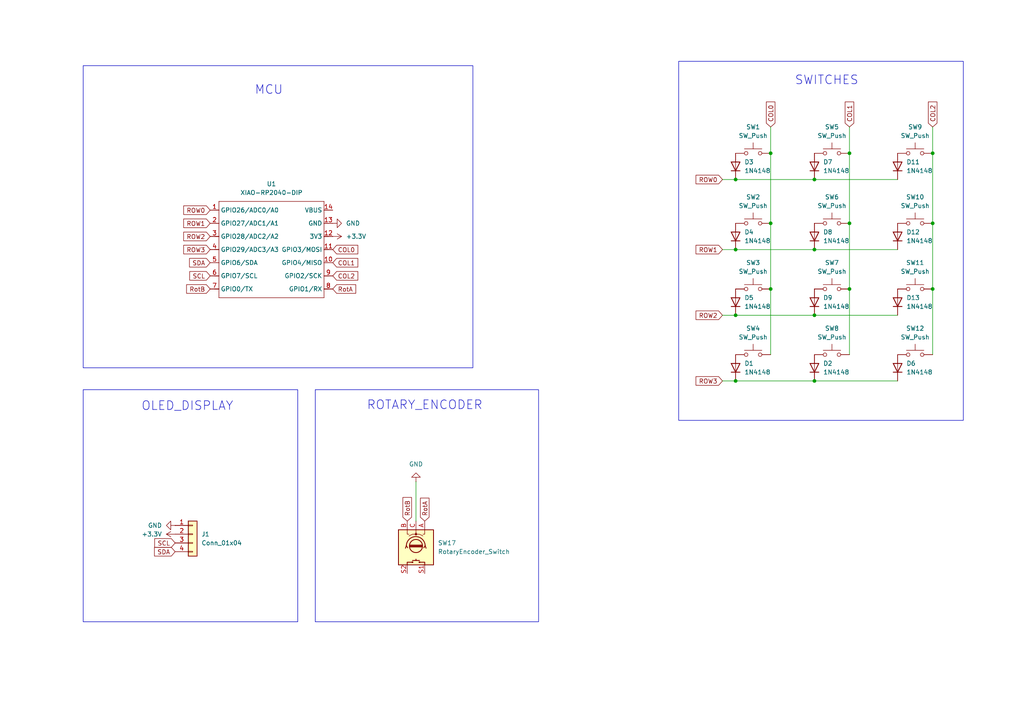
<source format=kicad_sch>
(kicad_sch
	(version 20250114)
	(generator "eeschema")
	(generator_version "9.0")
	(uuid "ae724aa7-8db3-4cbe-94c3-1dc8c5ec29d0")
	(paper "A4")
	(lib_symbols
		(symbol "Connector_Generic:Conn_01x04"
			(pin_names
				(offset 1.016)
				(hide yes)
			)
			(exclude_from_sim no)
			(in_bom yes)
			(on_board yes)
			(property "Reference" "J"
				(at 0 5.08 0)
				(effects
					(font
						(size 1.27 1.27)
					)
				)
			)
			(property "Value" "Conn_01x04"
				(at 0 -7.62 0)
				(effects
					(font
						(size 1.27 1.27)
					)
				)
			)
			(property "Footprint" ""
				(at 0 0 0)
				(effects
					(font
						(size 1.27 1.27)
					)
					(hide yes)
				)
			)
			(property "Datasheet" "~"
				(at 0 0 0)
				(effects
					(font
						(size 1.27 1.27)
					)
					(hide yes)
				)
			)
			(property "Description" "Generic connector, single row, 01x04, script generated (kicad-library-utils/schlib/autogen/connector/)"
				(at 0 0 0)
				(effects
					(font
						(size 1.27 1.27)
					)
					(hide yes)
				)
			)
			(property "ki_keywords" "connector"
				(at 0 0 0)
				(effects
					(font
						(size 1.27 1.27)
					)
					(hide yes)
				)
			)
			(property "ki_fp_filters" "Connector*:*_1x??_*"
				(at 0 0 0)
				(effects
					(font
						(size 1.27 1.27)
					)
					(hide yes)
				)
			)
			(symbol "Conn_01x04_1_1"
				(rectangle
					(start -1.27 3.81)
					(end 1.27 -6.35)
					(stroke
						(width 0.254)
						(type default)
					)
					(fill
						(type background)
					)
				)
				(rectangle
					(start -1.27 2.667)
					(end 0 2.413)
					(stroke
						(width 0.1524)
						(type default)
					)
					(fill
						(type none)
					)
				)
				(rectangle
					(start -1.27 0.127)
					(end 0 -0.127)
					(stroke
						(width 0.1524)
						(type default)
					)
					(fill
						(type none)
					)
				)
				(rectangle
					(start -1.27 -2.413)
					(end 0 -2.667)
					(stroke
						(width 0.1524)
						(type default)
					)
					(fill
						(type none)
					)
				)
				(rectangle
					(start -1.27 -4.953)
					(end 0 -5.207)
					(stroke
						(width 0.1524)
						(type default)
					)
					(fill
						(type none)
					)
				)
				(pin passive line
					(at -5.08 2.54 0)
					(length 3.81)
					(name "Pin_1"
						(effects
							(font
								(size 1.27 1.27)
							)
						)
					)
					(number "1"
						(effects
							(font
								(size 1.27 1.27)
							)
						)
					)
				)
				(pin passive line
					(at -5.08 0 0)
					(length 3.81)
					(name "Pin_2"
						(effects
							(font
								(size 1.27 1.27)
							)
						)
					)
					(number "2"
						(effects
							(font
								(size 1.27 1.27)
							)
						)
					)
				)
				(pin passive line
					(at -5.08 -2.54 0)
					(length 3.81)
					(name "Pin_3"
						(effects
							(font
								(size 1.27 1.27)
							)
						)
					)
					(number "3"
						(effects
							(font
								(size 1.27 1.27)
							)
						)
					)
				)
				(pin passive line
					(at -5.08 -5.08 0)
					(length 3.81)
					(name "Pin_4"
						(effects
							(font
								(size 1.27 1.27)
							)
						)
					)
					(number "4"
						(effects
							(font
								(size 1.27 1.27)
							)
						)
					)
				)
			)
			(embedded_fonts no)
		)
		(symbol "Device:RotaryEncoder_Switch"
			(pin_names
				(offset 0.254)
				(hide yes)
			)
			(exclude_from_sim no)
			(in_bom yes)
			(on_board yes)
			(property "Reference" "SW"
				(at 0 6.604 0)
				(effects
					(font
						(size 1.27 1.27)
					)
				)
			)
			(property "Value" "RotaryEncoder_Switch"
				(at 0 -6.604 0)
				(effects
					(font
						(size 1.27 1.27)
					)
				)
			)
			(property "Footprint" ""
				(at -3.81 4.064 0)
				(effects
					(font
						(size 1.27 1.27)
					)
					(hide yes)
				)
			)
			(property "Datasheet" "~"
				(at 0 6.604 0)
				(effects
					(font
						(size 1.27 1.27)
					)
					(hide yes)
				)
			)
			(property "Description" "Rotary encoder, dual channel, incremental quadrate outputs, with switch"
				(at 0 0 0)
				(effects
					(font
						(size 1.27 1.27)
					)
					(hide yes)
				)
			)
			(property "ki_keywords" "rotary switch encoder switch push button"
				(at 0 0 0)
				(effects
					(font
						(size 1.27 1.27)
					)
					(hide yes)
				)
			)
			(property "ki_fp_filters" "RotaryEncoder*Switch*"
				(at 0 0 0)
				(effects
					(font
						(size 1.27 1.27)
					)
					(hide yes)
				)
			)
			(symbol "RotaryEncoder_Switch_0_1"
				(rectangle
					(start -5.08 5.08)
					(end 5.08 -5.08)
					(stroke
						(width 0.254)
						(type default)
					)
					(fill
						(type background)
					)
				)
				(polyline
					(pts
						(xy -5.08 2.54) (xy -3.81 2.54) (xy -3.81 2.032)
					)
					(stroke
						(width 0)
						(type default)
					)
					(fill
						(type none)
					)
				)
				(polyline
					(pts
						(xy -5.08 0) (xy -3.81 0) (xy -3.81 -1.016) (xy -3.302 -2.032)
					)
					(stroke
						(width 0)
						(type default)
					)
					(fill
						(type none)
					)
				)
				(polyline
					(pts
						(xy -5.08 -2.54) (xy -3.81 -2.54) (xy -3.81 -2.032)
					)
					(stroke
						(width 0)
						(type default)
					)
					(fill
						(type none)
					)
				)
				(polyline
					(pts
						(xy -4.318 0) (xy -3.81 0) (xy -3.81 1.016) (xy -3.302 2.032)
					)
					(stroke
						(width 0)
						(type default)
					)
					(fill
						(type none)
					)
				)
				(circle
					(center -3.81 0)
					(radius 0.254)
					(stroke
						(width 0)
						(type default)
					)
					(fill
						(type outline)
					)
				)
				(polyline
					(pts
						(xy -0.635 -1.778) (xy -0.635 1.778)
					)
					(stroke
						(width 0.254)
						(type default)
					)
					(fill
						(type none)
					)
				)
				(circle
					(center -0.381 0)
					(radius 1.905)
					(stroke
						(width 0.254)
						(type default)
					)
					(fill
						(type none)
					)
				)
				(polyline
					(pts
						(xy -0.381 -1.778) (xy -0.381 1.778)
					)
					(stroke
						(width 0.254)
						(type default)
					)
					(fill
						(type none)
					)
				)
				(arc
					(start -0.381 -2.794)
					(mid -3.0988 -0.0635)
					(end -0.381 2.667)
					(stroke
						(width 0.254)
						(type default)
					)
					(fill
						(type none)
					)
				)
				(polyline
					(pts
						(xy -0.127 1.778) (xy -0.127 -1.778)
					)
					(stroke
						(width 0.254)
						(type default)
					)
					(fill
						(type none)
					)
				)
				(polyline
					(pts
						(xy 0.254 2.921) (xy -0.508 2.667) (xy 0.127 2.286)
					)
					(stroke
						(width 0.254)
						(type default)
					)
					(fill
						(type none)
					)
				)
				(polyline
					(pts
						(xy 0.254 -3.048) (xy -0.508 -2.794) (xy 0.127 -2.413)
					)
					(stroke
						(width 0.254)
						(type default)
					)
					(fill
						(type none)
					)
				)
				(polyline
					(pts
						(xy 3.81 1.016) (xy 3.81 -1.016)
					)
					(stroke
						(width 0.254)
						(type default)
					)
					(fill
						(type none)
					)
				)
				(polyline
					(pts
						(xy 3.81 0) (xy 3.429 0)
					)
					(stroke
						(width 0.254)
						(type default)
					)
					(fill
						(type none)
					)
				)
				(circle
					(center 4.318 1.016)
					(radius 0.127)
					(stroke
						(width 0.254)
						(type default)
					)
					(fill
						(type none)
					)
				)
				(circle
					(center 4.318 -1.016)
					(radius 0.127)
					(stroke
						(width 0.254)
						(type default)
					)
					(fill
						(type none)
					)
				)
				(polyline
					(pts
						(xy 5.08 2.54) (xy 4.318 2.54) (xy 4.318 1.016)
					)
					(stroke
						(width 0.254)
						(type default)
					)
					(fill
						(type none)
					)
				)
				(polyline
					(pts
						(xy 5.08 -2.54) (xy 4.318 -2.54) (xy 4.318 -1.016)
					)
					(stroke
						(width 0.254)
						(type default)
					)
					(fill
						(type none)
					)
				)
			)
			(symbol "RotaryEncoder_Switch_1_1"
				(pin passive line
					(at -7.62 2.54 0)
					(length 2.54)
					(name "A"
						(effects
							(font
								(size 1.27 1.27)
							)
						)
					)
					(number "A"
						(effects
							(font
								(size 1.27 1.27)
							)
						)
					)
				)
				(pin passive line
					(at -7.62 0 0)
					(length 2.54)
					(name "C"
						(effects
							(font
								(size 1.27 1.27)
							)
						)
					)
					(number "C"
						(effects
							(font
								(size 1.27 1.27)
							)
						)
					)
				)
				(pin passive line
					(at -7.62 -2.54 0)
					(length 2.54)
					(name "B"
						(effects
							(font
								(size 1.27 1.27)
							)
						)
					)
					(number "B"
						(effects
							(font
								(size 1.27 1.27)
							)
						)
					)
				)
				(pin passive line
					(at 7.62 2.54 180)
					(length 2.54)
					(name "S1"
						(effects
							(font
								(size 1.27 1.27)
							)
						)
					)
					(number "S1"
						(effects
							(font
								(size 1.27 1.27)
							)
						)
					)
				)
				(pin passive line
					(at 7.62 -2.54 180)
					(length 2.54)
					(name "S2"
						(effects
							(font
								(size 1.27 1.27)
							)
						)
					)
					(number "S2"
						(effects
							(font
								(size 1.27 1.27)
							)
						)
					)
				)
			)
			(embedded_fonts no)
		)
		(symbol "Diode:1N4148"
			(pin_numbers
				(hide yes)
			)
			(pin_names
				(hide yes)
			)
			(exclude_from_sim no)
			(in_bom yes)
			(on_board yes)
			(property "Reference" "D"
				(at 0 2.54 0)
				(effects
					(font
						(size 1.27 1.27)
					)
				)
			)
			(property "Value" "1N4148"
				(at 0 -2.54 0)
				(effects
					(font
						(size 1.27 1.27)
					)
				)
			)
			(property "Footprint" "Diode_THT:D_DO-35_SOD27_P7.62mm_Horizontal"
				(at 0 0 0)
				(effects
					(font
						(size 1.27 1.27)
					)
					(hide yes)
				)
			)
			(property "Datasheet" "https://assets.nexperia.com/documents/data-sheet/1N4148_1N4448.pdf"
				(at 0 0 0)
				(effects
					(font
						(size 1.27 1.27)
					)
					(hide yes)
				)
			)
			(property "Description" "100V 0.15A standard switching diode, DO-35"
				(at 0 0 0)
				(effects
					(font
						(size 1.27 1.27)
					)
					(hide yes)
				)
			)
			(property "Sim.Device" "D"
				(at 0 0 0)
				(effects
					(font
						(size 1.27 1.27)
					)
					(hide yes)
				)
			)
			(property "Sim.Pins" "1=K 2=A"
				(at 0 0 0)
				(effects
					(font
						(size 1.27 1.27)
					)
					(hide yes)
				)
			)
			(property "ki_keywords" "diode"
				(at 0 0 0)
				(effects
					(font
						(size 1.27 1.27)
					)
					(hide yes)
				)
			)
			(property "ki_fp_filters" "D*DO?35*"
				(at 0 0 0)
				(effects
					(font
						(size 1.27 1.27)
					)
					(hide yes)
				)
			)
			(symbol "1N4148_0_1"
				(polyline
					(pts
						(xy -1.27 1.27) (xy -1.27 -1.27)
					)
					(stroke
						(width 0.254)
						(type default)
					)
					(fill
						(type none)
					)
				)
				(polyline
					(pts
						(xy 1.27 1.27) (xy 1.27 -1.27) (xy -1.27 0) (xy 1.27 1.27)
					)
					(stroke
						(width 0.254)
						(type default)
					)
					(fill
						(type none)
					)
				)
				(polyline
					(pts
						(xy 1.27 0) (xy -1.27 0)
					)
					(stroke
						(width 0)
						(type default)
					)
					(fill
						(type none)
					)
				)
			)
			(symbol "1N4148_1_1"
				(pin passive line
					(at -3.81 0 0)
					(length 2.54)
					(name "K"
						(effects
							(font
								(size 1.27 1.27)
							)
						)
					)
					(number "1"
						(effects
							(font
								(size 1.27 1.27)
							)
						)
					)
				)
				(pin passive line
					(at 3.81 0 180)
					(length 2.54)
					(name "A"
						(effects
							(font
								(size 1.27 1.27)
							)
						)
					)
					(number "2"
						(effects
							(font
								(size 1.27 1.27)
							)
						)
					)
				)
			)
			(embedded_fonts no)
		)
		(symbol "OPL Library:XIAO-RP2040-DIP"
			(exclude_from_sim no)
			(in_bom yes)
			(on_board yes)
			(property "Reference" "U"
				(at 0 0 0)
				(effects
					(font
						(size 1.27 1.27)
					)
				)
			)
			(property "Value" "XIAO-RP2040-DIP"
				(at 5.334 -1.778 0)
				(effects
					(font
						(size 1.27 1.27)
					)
				)
			)
			(property "Footprint" "Module:MOUDLE14P-XIAO-DIP-SMD"
				(at 14.478 -32.258 0)
				(effects
					(font
						(size 1.27 1.27)
					)
					(hide yes)
				)
			)
			(property "Datasheet" ""
				(at 0 0 0)
				(effects
					(font
						(size 1.27 1.27)
					)
					(hide yes)
				)
			)
			(property "Description" ""
				(at 0 0 0)
				(effects
					(font
						(size 1.27 1.27)
					)
					(hide yes)
				)
			)
			(symbol "XIAO-RP2040-DIP_1_0"
				(polyline
					(pts
						(xy -1.27 -2.54) (xy 29.21 -2.54)
					)
					(stroke
						(width 0.1524)
						(type solid)
					)
					(fill
						(type none)
					)
				)
				(polyline
					(pts
						(xy -1.27 -5.08) (xy -2.54 -5.08)
					)
					(stroke
						(width 0.1524)
						(type solid)
					)
					(fill
						(type none)
					)
				)
				(polyline
					(pts
						(xy -1.27 -5.08) (xy -1.27 -2.54)
					)
					(stroke
						(width 0.1524)
						(type solid)
					)
					(fill
						(type none)
					)
				)
				(polyline
					(pts
						(xy -1.27 -8.89) (xy -2.54 -8.89)
					)
					(stroke
						(width 0.1524)
						(type solid)
					)
					(fill
						(type none)
					)
				)
				(polyline
					(pts
						(xy -1.27 -8.89) (xy -1.27 -5.08)
					)
					(stroke
						(width 0.1524)
						(type solid)
					)
					(fill
						(type none)
					)
				)
				(polyline
					(pts
						(xy -1.27 -12.7) (xy -2.54 -12.7)
					)
					(stroke
						(width 0.1524)
						(type solid)
					)
					(fill
						(type none)
					)
				)
				(polyline
					(pts
						(xy -1.27 -12.7) (xy -1.27 -8.89)
					)
					(stroke
						(width 0.1524)
						(type solid)
					)
					(fill
						(type none)
					)
				)
				(polyline
					(pts
						(xy -1.27 -16.51) (xy -2.54 -16.51)
					)
					(stroke
						(width 0.1524)
						(type solid)
					)
					(fill
						(type none)
					)
				)
				(polyline
					(pts
						(xy -1.27 -16.51) (xy -1.27 -12.7)
					)
					(stroke
						(width 0.1524)
						(type solid)
					)
					(fill
						(type none)
					)
				)
				(polyline
					(pts
						(xy -1.27 -20.32) (xy -2.54 -20.32)
					)
					(stroke
						(width 0.1524)
						(type solid)
					)
					(fill
						(type none)
					)
				)
				(polyline
					(pts
						(xy -1.27 -24.13) (xy -2.54 -24.13)
					)
					(stroke
						(width 0.1524)
						(type solid)
					)
					(fill
						(type none)
					)
				)
				(polyline
					(pts
						(xy -1.27 -27.94) (xy -2.54 -27.94)
					)
					(stroke
						(width 0.1524)
						(type solid)
					)
					(fill
						(type none)
					)
				)
				(polyline
					(pts
						(xy -1.27 -30.48) (xy -1.27 -16.51)
					)
					(stroke
						(width 0.1524)
						(type solid)
					)
					(fill
						(type none)
					)
				)
				(polyline
					(pts
						(xy 29.21 -2.54) (xy 29.21 -5.08)
					)
					(stroke
						(width 0.1524)
						(type solid)
					)
					(fill
						(type none)
					)
				)
				(polyline
					(pts
						(xy 29.21 -5.08) (xy 29.21 -8.89)
					)
					(stroke
						(width 0.1524)
						(type solid)
					)
					(fill
						(type none)
					)
				)
				(polyline
					(pts
						(xy 29.21 -8.89) (xy 29.21 -12.7)
					)
					(stroke
						(width 0.1524)
						(type solid)
					)
					(fill
						(type none)
					)
				)
				(polyline
					(pts
						(xy 29.21 -12.7) (xy 29.21 -30.48)
					)
					(stroke
						(width 0.1524)
						(type solid)
					)
					(fill
						(type none)
					)
				)
				(polyline
					(pts
						(xy 29.21 -30.48) (xy -1.27 -30.48)
					)
					(stroke
						(width 0.1524)
						(type solid)
					)
					(fill
						(type none)
					)
				)
				(polyline
					(pts
						(xy 30.48 -5.08) (xy 29.21 -5.08)
					)
					(stroke
						(width 0.1524)
						(type solid)
					)
					(fill
						(type none)
					)
				)
				(polyline
					(pts
						(xy 30.48 -8.89) (xy 29.21 -8.89)
					)
					(stroke
						(width 0.1524)
						(type solid)
					)
					(fill
						(type none)
					)
				)
				(polyline
					(pts
						(xy 30.48 -12.7) (xy 29.21 -12.7)
					)
					(stroke
						(width 0.1524)
						(type solid)
					)
					(fill
						(type none)
					)
				)
				(polyline
					(pts
						(xy 30.48 -16.51) (xy 29.21 -16.51)
					)
					(stroke
						(width 0.1524)
						(type solid)
					)
					(fill
						(type none)
					)
				)
				(polyline
					(pts
						(xy 30.48 -20.32) (xy 29.21 -20.32)
					)
					(stroke
						(width 0.1524)
						(type solid)
					)
					(fill
						(type none)
					)
				)
				(polyline
					(pts
						(xy 30.48 -24.13) (xy 29.21 -24.13)
					)
					(stroke
						(width 0.1524)
						(type solid)
					)
					(fill
						(type none)
					)
				)
				(polyline
					(pts
						(xy 30.48 -27.94) (xy 29.21 -27.94)
					)
					(stroke
						(width 0.1524)
						(type solid)
					)
					(fill
						(type none)
					)
				)
				(pin passive line
					(at -3.81 -5.08 0)
					(length 2.54)
					(name "GPIO26/ADC0/A0"
						(effects
							(font
								(size 1.27 1.27)
							)
						)
					)
					(number "1"
						(effects
							(font
								(size 1.27 1.27)
							)
						)
					)
				)
				(pin passive line
					(at -3.81 -8.89 0)
					(length 2.54)
					(name "GPIO27/ADC1/A1"
						(effects
							(font
								(size 1.27 1.27)
							)
						)
					)
					(number "2"
						(effects
							(font
								(size 1.27 1.27)
							)
						)
					)
				)
				(pin passive line
					(at -3.81 -12.7 0)
					(length 2.54)
					(name "GPIO28/ADC2/A2"
						(effects
							(font
								(size 1.27 1.27)
							)
						)
					)
					(number "3"
						(effects
							(font
								(size 1.27 1.27)
							)
						)
					)
				)
				(pin passive line
					(at -3.81 -16.51 0)
					(length 2.54)
					(name "GPIO29/ADC3/A3"
						(effects
							(font
								(size 1.27 1.27)
							)
						)
					)
					(number "4"
						(effects
							(font
								(size 1.27 1.27)
							)
						)
					)
				)
				(pin passive line
					(at -3.81 -20.32 0)
					(length 2.54)
					(name "GPIO6/SDA"
						(effects
							(font
								(size 1.27 1.27)
							)
						)
					)
					(number "5"
						(effects
							(font
								(size 1.27 1.27)
							)
						)
					)
				)
				(pin passive line
					(at -3.81 -24.13 0)
					(length 2.54)
					(name "GPIO7/SCL"
						(effects
							(font
								(size 1.27 1.27)
							)
						)
					)
					(number "6"
						(effects
							(font
								(size 1.27 1.27)
							)
						)
					)
				)
				(pin passive line
					(at -3.81 -27.94 0)
					(length 2.54)
					(name "GPIO0/TX"
						(effects
							(font
								(size 1.27 1.27)
							)
						)
					)
					(number "7"
						(effects
							(font
								(size 1.27 1.27)
							)
						)
					)
				)
				(pin passive line
					(at 31.75 -5.08 180)
					(length 2.54)
					(name "VBUS"
						(effects
							(font
								(size 1.27 1.27)
							)
						)
					)
					(number "14"
						(effects
							(font
								(size 1.27 1.27)
							)
						)
					)
				)
				(pin passive line
					(at 31.75 -8.89 180)
					(length 2.54)
					(name "GND"
						(effects
							(font
								(size 1.27 1.27)
							)
						)
					)
					(number "13"
						(effects
							(font
								(size 1.27 1.27)
							)
						)
					)
				)
				(pin passive line
					(at 31.75 -12.7 180)
					(length 2.54)
					(name "3V3"
						(effects
							(font
								(size 1.27 1.27)
							)
						)
					)
					(number "12"
						(effects
							(font
								(size 1.27 1.27)
							)
						)
					)
				)
				(pin passive line
					(at 31.75 -16.51 180)
					(length 2.54)
					(name "GPIO3/MOSI"
						(effects
							(font
								(size 1.27 1.27)
							)
						)
					)
					(number "11"
						(effects
							(font
								(size 1.27 1.27)
							)
						)
					)
				)
				(pin passive line
					(at 31.75 -20.32 180)
					(length 2.54)
					(name "GPIO4/MISO"
						(effects
							(font
								(size 1.27 1.27)
							)
						)
					)
					(number "10"
						(effects
							(font
								(size 1.27 1.27)
							)
						)
					)
				)
				(pin passive line
					(at 31.75 -24.13 180)
					(length 2.54)
					(name "GPIO2/SCK"
						(effects
							(font
								(size 1.27 1.27)
							)
						)
					)
					(number "9"
						(effects
							(font
								(size 1.27 1.27)
							)
						)
					)
				)
				(pin passive line
					(at 31.75 -27.94 180)
					(length 2.54)
					(name "GPIO1/RX"
						(effects
							(font
								(size 1.27 1.27)
							)
						)
					)
					(number "8"
						(effects
							(font
								(size 1.27 1.27)
							)
						)
					)
				)
			)
			(embedded_fonts no)
		)
		(symbol "Switch:SW_Push"
			(pin_numbers
				(hide yes)
			)
			(pin_names
				(offset 1.016)
				(hide yes)
			)
			(exclude_from_sim no)
			(in_bom yes)
			(on_board yes)
			(property "Reference" "SW"
				(at 1.27 2.54 0)
				(effects
					(font
						(size 1.27 1.27)
					)
					(justify left)
				)
			)
			(property "Value" "SW_Push"
				(at 0 -1.524 0)
				(effects
					(font
						(size 1.27 1.27)
					)
				)
			)
			(property "Footprint" ""
				(at 0 5.08 0)
				(effects
					(font
						(size 1.27 1.27)
					)
					(hide yes)
				)
			)
			(property "Datasheet" "~"
				(at 0 5.08 0)
				(effects
					(font
						(size 1.27 1.27)
					)
					(hide yes)
				)
			)
			(property "Description" "Push button switch, generic, two pins"
				(at 0 0 0)
				(effects
					(font
						(size 1.27 1.27)
					)
					(hide yes)
				)
			)
			(property "ki_keywords" "switch normally-open pushbutton push-button"
				(at 0 0 0)
				(effects
					(font
						(size 1.27 1.27)
					)
					(hide yes)
				)
			)
			(symbol "SW_Push_0_1"
				(circle
					(center -2.032 0)
					(radius 0.508)
					(stroke
						(width 0)
						(type default)
					)
					(fill
						(type none)
					)
				)
				(polyline
					(pts
						(xy 0 1.27) (xy 0 3.048)
					)
					(stroke
						(width 0)
						(type default)
					)
					(fill
						(type none)
					)
				)
				(circle
					(center 2.032 0)
					(radius 0.508)
					(stroke
						(width 0)
						(type default)
					)
					(fill
						(type none)
					)
				)
				(polyline
					(pts
						(xy 2.54 1.27) (xy -2.54 1.27)
					)
					(stroke
						(width 0)
						(type default)
					)
					(fill
						(type none)
					)
				)
				(pin passive line
					(at -5.08 0 0)
					(length 2.54)
					(name "1"
						(effects
							(font
								(size 1.27 1.27)
							)
						)
					)
					(number "1"
						(effects
							(font
								(size 1.27 1.27)
							)
						)
					)
				)
				(pin passive line
					(at 5.08 0 180)
					(length 2.54)
					(name "2"
						(effects
							(font
								(size 1.27 1.27)
							)
						)
					)
					(number "2"
						(effects
							(font
								(size 1.27 1.27)
							)
						)
					)
				)
			)
			(embedded_fonts no)
		)
		(symbol "power:+3.3V"
			(power)
			(pin_numbers
				(hide yes)
			)
			(pin_names
				(offset 0)
				(hide yes)
			)
			(exclude_from_sim no)
			(in_bom yes)
			(on_board yes)
			(property "Reference" "#PWR"
				(at 0 -3.81 0)
				(effects
					(font
						(size 1.27 1.27)
					)
					(hide yes)
				)
			)
			(property "Value" "+3.3V"
				(at 0 3.556 0)
				(effects
					(font
						(size 1.27 1.27)
					)
				)
			)
			(property "Footprint" ""
				(at 0 0 0)
				(effects
					(font
						(size 1.27 1.27)
					)
					(hide yes)
				)
			)
			(property "Datasheet" ""
				(at 0 0 0)
				(effects
					(font
						(size 1.27 1.27)
					)
					(hide yes)
				)
			)
			(property "Description" "Power symbol creates a global label with name \"+3.3V\""
				(at 0 0 0)
				(effects
					(font
						(size 1.27 1.27)
					)
					(hide yes)
				)
			)
			(property "ki_keywords" "global power"
				(at 0 0 0)
				(effects
					(font
						(size 1.27 1.27)
					)
					(hide yes)
				)
			)
			(symbol "+3.3V_0_1"
				(polyline
					(pts
						(xy -0.762 1.27) (xy 0 2.54)
					)
					(stroke
						(width 0)
						(type default)
					)
					(fill
						(type none)
					)
				)
				(polyline
					(pts
						(xy 0 2.54) (xy 0.762 1.27)
					)
					(stroke
						(width 0)
						(type default)
					)
					(fill
						(type none)
					)
				)
				(polyline
					(pts
						(xy 0 0) (xy 0 2.54)
					)
					(stroke
						(width 0)
						(type default)
					)
					(fill
						(type none)
					)
				)
			)
			(symbol "+3.3V_1_1"
				(pin power_in line
					(at 0 0 90)
					(length 0)
					(name "~"
						(effects
							(font
								(size 1.27 1.27)
							)
						)
					)
					(number "1"
						(effects
							(font
								(size 1.27 1.27)
							)
						)
					)
				)
			)
			(embedded_fonts no)
		)
		(symbol "power:GND"
			(power)
			(pin_numbers
				(hide yes)
			)
			(pin_names
				(offset 0)
				(hide yes)
			)
			(exclude_from_sim no)
			(in_bom yes)
			(on_board yes)
			(property "Reference" "#PWR"
				(at 0 -6.35 0)
				(effects
					(font
						(size 1.27 1.27)
					)
					(hide yes)
				)
			)
			(property "Value" "GND"
				(at 0 -3.81 0)
				(effects
					(font
						(size 1.27 1.27)
					)
				)
			)
			(property "Footprint" ""
				(at 0 0 0)
				(effects
					(font
						(size 1.27 1.27)
					)
					(hide yes)
				)
			)
			(property "Datasheet" ""
				(at 0 0 0)
				(effects
					(font
						(size 1.27 1.27)
					)
					(hide yes)
				)
			)
			(property "Description" "Power symbol creates a global label with name \"GND\" , ground"
				(at 0 0 0)
				(effects
					(font
						(size 1.27 1.27)
					)
					(hide yes)
				)
			)
			(property "ki_keywords" "global power"
				(at 0 0 0)
				(effects
					(font
						(size 1.27 1.27)
					)
					(hide yes)
				)
			)
			(symbol "GND_0_1"
				(polyline
					(pts
						(xy 0 0) (xy 0 -1.27) (xy 1.27 -1.27) (xy 0 -2.54) (xy -1.27 -1.27) (xy 0 -1.27)
					)
					(stroke
						(width 0)
						(type default)
					)
					(fill
						(type none)
					)
				)
			)
			(symbol "GND_1_1"
				(pin power_in line
					(at 0 0 270)
					(length 0)
					(name "~"
						(effects
							(font
								(size 1.27 1.27)
							)
						)
					)
					(number "1"
						(effects
							(font
								(size 1.27 1.27)
							)
						)
					)
				)
			)
			(embedded_fonts no)
		)
	)
	(rectangle
		(start 24.13 19.05)
		(end 137.16 106.68)
		(stroke
			(width 0)
			(type default)
		)
		(fill
			(type none)
		)
		(uuid 4eea4fe9-5633-43b8-a5fa-00737bcb6dc0)
	)
	(rectangle
		(start 24.13 113.03)
		(end 86.36 180.34)
		(stroke
			(width 0)
			(type default)
		)
		(fill
			(type none)
		)
		(uuid d086ebf5-829e-40d9-8c0b-b42df75cc18a)
	)
	(rectangle
		(start 91.44 113.03)
		(end 156.21 180.34)
		(stroke
			(width 0)
			(type default)
		)
		(fill
			(type none)
		)
		(uuid d18437ef-9d1e-465a-8bf7-15c05eb11c1b)
	)
	(rectangle
		(start 196.85 17.78)
		(end 279.4 121.92)
		(stroke
			(width 0)
			(type default)
		)
		(fill
			(type none)
		)
		(uuid e1eeda57-17f4-4226-8b24-ca14b74c2c14)
	)
	(text "MCU"
		(exclude_from_sim no)
		(at 77.978 26.162 0)
		(effects
			(font
				(size 2.54 2.54)
			)
		)
		(uuid "194dfe76-ca5f-4829-a14e-0996e811d749")
	)
	(text "SWITCHES"
		(exclude_from_sim no)
		(at 239.776 23.368 0)
		(effects
			(font
				(size 2.54 2.54)
			)
		)
		(uuid "492027b8-cda8-4c0f-a9f4-c6ccbc2c4be1")
	)
	(text "ROTARY_ENCODER"
		(exclude_from_sim no)
		(at 123.19 117.602 0)
		(effects
			(font
				(size 2.54 2.54)
			)
		)
		(uuid "cc0384d1-0eea-4390-9c91-bef38f073789")
	)
	(text "OLED_DISPLAY\n"
		(exclude_from_sim no)
		(at 54.356 117.856 0)
		(effects
			(font
				(size 2.54 2.54)
			)
		)
		(uuid "ff51cbfe-1e25-4e3d-a8f5-9643ec521345")
	)
	(junction
		(at 270.51 44.45)
		(diameter 0)
		(color 0 0 0 0)
		(uuid "2ea4bf5e-9527-4c32-8b1e-36bc4e371527")
	)
	(junction
		(at 236.22 110.49)
		(diameter 0)
		(color 0 0 0 0)
		(uuid "4a719ce7-0db9-4355-a901-6906740966c7")
	)
	(junction
		(at 246.38 83.82)
		(diameter 0)
		(color 0 0 0 0)
		(uuid "5e42a3a6-3dab-4be2-b0e6-4bdc1c94e18d")
	)
	(junction
		(at 236.22 72.39)
		(diameter 0)
		(color 0 0 0 0)
		(uuid "6ebd9f08-b87e-479d-ab49-efd0cbcd7cc2")
	)
	(junction
		(at 236.22 52.07)
		(diameter 0)
		(color 0 0 0 0)
		(uuid "8c1976a7-1901-43fe-9d0b-3556f3d5ff64")
	)
	(junction
		(at 213.36 52.07)
		(diameter 0)
		(color 0 0 0 0)
		(uuid "914c4ac5-3f1b-4552-8a2a-b048787bcff1")
	)
	(junction
		(at 270.51 83.82)
		(diameter 0)
		(color 0 0 0 0)
		(uuid "94c60aa6-60c9-423b-bc50-d442325fee4e")
	)
	(junction
		(at 213.36 91.44)
		(diameter 0)
		(color 0 0 0 0)
		(uuid "98bc571f-aff6-446b-8412-a3c7f50cf994")
	)
	(junction
		(at 213.36 110.49)
		(diameter 0)
		(color 0 0 0 0)
		(uuid "a12b85e1-11cd-4ec3-aa5b-f838db9eae6e")
	)
	(junction
		(at 246.38 44.45)
		(diameter 0)
		(color 0 0 0 0)
		(uuid "a8a5c803-525c-4e36-9bf2-c65cf33b799a")
	)
	(junction
		(at 213.36 72.39)
		(diameter 0)
		(color 0 0 0 0)
		(uuid "aa34206d-0d3a-4c35-b188-f83f88b07947")
	)
	(junction
		(at 223.52 83.82)
		(diameter 0)
		(color 0 0 0 0)
		(uuid "c64d3cce-2007-45f6-8835-bdb8786a46b2")
	)
	(junction
		(at 270.51 64.77)
		(diameter 0)
		(color 0 0 0 0)
		(uuid "c744e264-21a3-4f7d-bec3-c1d81fb25d64")
	)
	(junction
		(at 246.38 64.77)
		(diameter 0)
		(color 0 0 0 0)
		(uuid "c9e075ab-461a-4312-84b2-48e8bbc799d5")
	)
	(junction
		(at 223.52 64.77)
		(diameter 0)
		(color 0 0 0 0)
		(uuid "ce798382-1e48-45d9-9065-6a0988f23ac9")
	)
	(junction
		(at 236.22 91.44)
		(diameter 0)
		(color 0 0 0 0)
		(uuid "ef0d8f9f-d9c0-4d30-becf-6a756846f9e8")
	)
	(junction
		(at 223.52 44.45)
		(diameter 0)
		(color 0 0 0 0)
		(uuid "f760a5da-1b2c-4582-9f7e-571835666f08")
	)
	(wire
		(pts
			(xy 223.52 64.77) (xy 223.52 83.82)
		)
		(stroke
			(width 0)
			(type default)
		)
		(uuid "0491d8ec-9687-48d4-ac2e-88c15be29d9b")
	)
	(wire
		(pts
			(xy 246.38 44.45) (xy 246.38 64.77)
		)
		(stroke
			(width 0)
			(type default)
		)
		(uuid "0d1b8fc2-37c8-4066-b477-70a0eb6e347c")
	)
	(wire
		(pts
			(xy 209.55 91.44) (xy 213.36 91.44)
		)
		(stroke
			(width 0)
			(type default)
		)
		(uuid "12759fed-5e59-49b5-9222-178d3818bebb")
	)
	(wire
		(pts
			(xy 270.51 44.45) (xy 270.51 64.77)
		)
		(stroke
			(width 0)
			(type default)
		)
		(uuid "14bf8d52-156a-4461-ac1d-984a58f8aee7")
	)
	(wire
		(pts
			(xy 270.51 36.83) (xy 270.51 44.45)
		)
		(stroke
			(width 0)
			(type default)
		)
		(uuid "29711ba1-d6d6-438b-8587-cceb8c6172c1")
	)
	(wire
		(pts
			(xy 246.38 83.82) (xy 246.38 102.87)
		)
		(stroke
			(width 0)
			(type default)
		)
		(uuid "2efc6d69-740e-4594-bb1a-ac52bc5f88d2")
	)
	(wire
		(pts
			(xy 223.52 44.45) (xy 223.52 64.77)
		)
		(stroke
			(width 0)
			(type default)
		)
		(uuid "35b46362-8bc3-40bb-be9e-e13474fcd36a")
	)
	(wire
		(pts
			(xy 213.36 72.39) (xy 236.22 72.39)
		)
		(stroke
			(width 0)
			(type default)
		)
		(uuid "4988e51e-045b-4255-96fa-5e5d06db4a14")
	)
	(wire
		(pts
			(xy 270.51 64.77) (xy 270.51 83.82)
		)
		(stroke
			(width 0)
			(type default)
		)
		(uuid "541ef4b6-549d-40af-a9f5-2761168b6eea")
	)
	(wire
		(pts
			(xy 209.55 52.07) (xy 213.36 52.07)
		)
		(stroke
			(width 0)
			(type default)
		)
		(uuid "6dd3bba1-d8a1-4358-a414-fdc577b38cb3")
	)
	(wire
		(pts
			(xy 236.22 91.44) (xy 260.35 91.44)
		)
		(stroke
			(width 0)
			(type default)
		)
		(uuid "70f225d0-42ab-4300-9985-92ea107b4f2c")
	)
	(wire
		(pts
			(xy 236.22 72.39) (xy 260.35 72.39)
		)
		(stroke
			(width 0)
			(type default)
		)
		(uuid "7d32b574-e82c-4947-9bf1-ba7aa4576705")
	)
	(wire
		(pts
			(xy 209.55 72.39) (xy 213.36 72.39)
		)
		(stroke
			(width 0)
			(type default)
		)
		(uuid "83d4969d-a3ea-4c49-bd2c-c6af8592582e")
	)
	(wire
		(pts
			(xy 213.36 110.49) (xy 236.22 110.49)
		)
		(stroke
			(width 0)
			(type default)
		)
		(uuid "a06f1b41-7ddb-40ae-a4cd-663a1e9054bd")
	)
	(wire
		(pts
			(xy 246.38 36.83) (xy 246.38 44.45)
		)
		(stroke
			(width 0)
			(type default)
		)
		(uuid "a158ff38-4ba5-4d4e-b61f-1c39c22840eb")
	)
	(wire
		(pts
			(xy 209.55 110.49) (xy 213.36 110.49)
		)
		(stroke
			(width 0)
			(type default)
		)
		(uuid "b29d97b3-4a74-4178-ba35-60a289034b42")
	)
	(wire
		(pts
			(xy 213.36 91.44) (xy 236.22 91.44)
		)
		(stroke
			(width 0)
			(type default)
		)
		(uuid "bc30bc3e-bb16-4189-b99d-1f5be8536262")
	)
	(wire
		(pts
			(xy 236.22 52.07) (xy 260.35 52.07)
		)
		(stroke
			(width 0)
			(type default)
		)
		(uuid "c7454c74-c83a-4920-995b-7e08f2b72b17")
	)
	(wire
		(pts
			(xy 236.22 110.49) (xy 260.35 110.49)
		)
		(stroke
			(width 0)
			(type default)
		)
		(uuid "d313396d-92ea-48df-87a8-8343b4e0d2d1")
	)
	(wire
		(pts
			(xy 213.36 52.07) (xy 236.22 52.07)
		)
		(stroke
			(width 0)
			(type default)
		)
		(uuid "da2bacb0-f3b4-4827-955c-f15f3a4b68d8")
	)
	(wire
		(pts
			(xy 270.51 83.82) (xy 270.51 102.87)
		)
		(stroke
			(width 0)
			(type default)
		)
		(uuid "e452b48e-d083-4241-aad7-05ae45f6314a")
	)
	(wire
		(pts
			(xy 120.65 139.7) (xy 120.65 151.13)
		)
		(stroke
			(width 0)
			(type default)
		)
		(uuid "ed3694c2-987e-4a18-ba0e-911851674d21")
	)
	(wire
		(pts
			(xy 246.38 64.77) (xy 246.38 83.82)
		)
		(stroke
			(width 0)
			(type default)
		)
		(uuid "efa0a10c-50be-4001-8c21-cf6ce03a9225")
	)
	(wire
		(pts
			(xy 223.52 83.82) (xy 223.52 102.87)
		)
		(stroke
			(width 0)
			(type default)
		)
		(uuid "efca710a-d7d9-48d2-b677-4a4d4a0ce3dc")
	)
	(wire
		(pts
			(xy 223.52 36.83) (xy 223.52 44.45)
		)
		(stroke
			(width 0)
			(type default)
		)
		(uuid "efcdafc9-0674-404e-a6f0-5cfaf76d12e8")
	)
	(global_label "ROW2"
		(shape input)
		(at 60.96 68.58 180)
		(fields_autoplaced yes)
		(effects
			(font
				(size 1.27 1.27)
			)
			(justify right)
		)
		(uuid "04fe0008-d1fa-43eb-a579-86c5cd582d6d")
		(property "Intersheetrefs" "${INTERSHEET_REFS}"
			(at 52.7134 68.58 0)
			(effects
				(font
					(size 1.27 1.27)
				)
				(justify right)
				(hide yes)
			)
		)
	)
	(global_label "RotA"
		(shape input)
		(at 123.19 151.13 90)
		(fields_autoplaced yes)
		(effects
			(font
				(size 1.27 1.27)
			)
			(justify left)
		)
		(uuid "0a0b1cb8-2775-4e5a-a1f8-135bfea24d63")
		(property "Intersheetrefs" "${INTERSHEET_REFS}"
			(at 123.19 143.9115 90)
			(effects
				(font
					(size 1.27 1.27)
				)
				(justify left)
				(hide yes)
			)
		)
	)
	(global_label "COL0"
		(shape input)
		(at 96.52 72.39 0)
		(fields_autoplaced yes)
		(effects
			(font
				(size 1.27 1.27)
			)
			(justify left)
		)
		(uuid "10ca85d9-dc32-47ee-98a8-b31d512332fc")
		(property "Intersheetrefs" "${INTERSHEET_REFS}"
			(at 104.3433 72.39 0)
			(effects
				(font
					(size 1.27 1.27)
				)
				(justify left)
				(hide yes)
			)
		)
	)
	(global_label "COL2"
		(shape input)
		(at 270.51 36.83 90)
		(fields_autoplaced yes)
		(effects
			(font
				(size 1.27 1.27)
			)
			(justify left)
		)
		(uuid "1cb0121a-77ee-4e0e-8661-94859e03fe20")
		(property "Intersheetrefs" "${INTERSHEET_REFS}"
			(at 270.51 29.0067 90)
			(effects
				(font
					(size 1.27 1.27)
				)
				(justify left)
				(hide yes)
			)
		)
	)
	(global_label "SDA"
		(shape input)
		(at 50.8 160.02 180)
		(fields_autoplaced yes)
		(effects
			(font
				(size 1.27 1.27)
			)
			(justify right)
		)
		(uuid "256a3be9-b016-4b0e-8271-04d787001591")
		(property "Intersheetrefs" "${INTERSHEET_REFS}"
			(at 44.2467 160.02 0)
			(effects
				(font
					(size 1.27 1.27)
				)
				(justify right)
				(hide yes)
			)
		)
	)
	(global_label "ROW1"
		(shape input)
		(at 209.55 72.39 180)
		(fields_autoplaced yes)
		(effects
			(font
				(size 1.27 1.27)
			)
			(justify right)
		)
		(uuid "289210f4-5bb8-4984-8abd-100dd8d4b2c5")
		(property "Intersheetrefs" "${INTERSHEET_REFS}"
			(at 201.3034 72.39 0)
			(effects
				(font
					(size 1.27 1.27)
				)
				(justify right)
				(hide yes)
			)
		)
	)
	(global_label "RotB"
		(shape input)
		(at 60.96 83.82 180)
		(fields_autoplaced yes)
		(effects
			(font
				(size 1.27 1.27)
			)
			(justify right)
		)
		(uuid "29ed4154-4a20-462f-8456-412ebc097734")
		(property "Intersheetrefs" "${INTERSHEET_REFS}"
			(at 53.5601 83.82 0)
			(effects
				(font
					(size 1.27 1.27)
				)
				(justify right)
				(hide yes)
			)
		)
	)
	(global_label "ROW3"
		(shape input)
		(at 60.96 72.39 180)
		(fields_autoplaced yes)
		(effects
			(font
				(size 1.27 1.27)
			)
			(justify right)
		)
		(uuid "2d5d50ee-534c-4b2b-948d-ac7d4958d43b")
		(property "Intersheetrefs" "${INTERSHEET_REFS}"
			(at 52.7134 72.39 0)
			(effects
				(font
					(size 1.27 1.27)
				)
				(justify right)
				(hide yes)
			)
		)
	)
	(global_label "COL0"
		(shape input)
		(at 223.52 36.83 90)
		(fields_autoplaced yes)
		(effects
			(font
				(size 1.27 1.27)
			)
			(justify left)
		)
		(uuid "4b76aecf-0ddb-4f44-a0cf-0e72dcf40f3b")
		(property "Intersheetrefs" "${INTERSHEET_REFS}"
			(at 223.52 29.0067 90)
			(effects
				(font
					(size 1.27 1.27)
				)
				(justify left)
				(hide yes)
			)
		)
	)
	(global_label "COL2"
		(shape input)
		(at 96.52 80.01 0)
		(fields_autoplaced yes)
		(effects
			(font
				(size 1.27 1.27)
			)
			(justify left)
		)
		(uuid "55c720c0-939f-4fcf-a1aa-0e1f2c6f3179")
		(property "Intersheetrefs" "${INTERSHEET_REFS}"
			(at 104.3433 80.01 0)
			(effects
				(font
					(size 1.27 1.27)
				)
				(justify left)
				(hide yes)
			)
		)
	)
	(global_label "SCL"
		(shape input)
		(at 50.8 157.48 180)
		(fields_autoplaced yes)
		(effects
			(font
				(size 1.27 1.27)
			)
			(justify right)
		)
		(uuid "57b34381-db90-4de0-b96a-a97bc6ca607b")
		(property "Intersheetrefs" "${INTERSHEET_REFS}"
			(at 44.3072 157.48 0)
			(effects
				(font
					(size 1.27 1.27)
				)
				(justify right)
				(hide yes)
			)
		)
	)
	(global_label "RotA"
		(shape input)
		(at 96.52 83.82 0)
		(fields_autoplaced yes)
		(effects
			(font
				(size 1.27 1.27)
			)
			(justify left)
		)
		(uuid "5eb166f4-c3ad-44fd-9157-12838eb43348")
		(property "Intersheetrefs" "${INTERSHEET_REFS}"
			(at 103.7385 83.82 0)
			(effects
				(font
					(size 1.27 1.27)
				)
				(justify left)
				(hide yes)
			)
		)
	)
	(global_label "ROW1"
		(shape input)
		(at 60.96 64.77 180)
		(fields_autoplaced yes)
		(effects
			(font
				(size 1.27 1.27)
			)
			(justify right)
		)
		(uuid "61f9130b-3935-40ef-8b84-e1ece98f807a")
		(property "Intersheetrefs" "${INTERSHEET_REFS}"
			(at 52.7134 64.77 0)
			(effects
				(font
					(size 1.27 1.27)
				)
				(justify right)
				(hide yes)
			)
		)
	)
	(global_label "RotB"
		(shape input)
		(at 118.11 151.13 90)
		(fields_autoplaced yes)
		(effects
			(font
				(size 1.27 1.27)
			)
			(justify left)
		)
		(uuid "6ba931bb-06a0-47ac-b25f-4e310a1ade13")
		(property "Intersheetrefs" "${INTERSHEET_REFS}"
			(at 118.11 143.7301 90)
			(effects
				(font
					(size 1.27 1.27)
				)
				(justify left)
				(hide yes)
			)
		)
	)
	(global_label "COL1"
		(shape input)
		(at 96.52 76.2 0)
		(fields_autoplaced yes)
		(effects
			(font
				(size 1.27 1.27)
			)
			(justify left)
		)
		(uuid "7ab44e90-73cc-4fb1-a008-5d5d993d87f8")
		(property "Intersheetrefs" "${INTERSHEET_REFS}"
			(at 104.3433 76.2 0)
			(effects
				(font
					(size 1.27 1.27)
				)
				(justify left)
				(hide yes)
			)
		)
	)
	(global_label "SCL"
		(shape input)
		(at 60.96 80.01 180)
		(fields_autoplaced yes)
		(effects
			(font
				(size 1.27 1.27)
			)
			(justify right)
		)
		(uuid "7d4fe7f2-4a2e-4a62-9f03-03cc6dcddbbd")
		(property "Intersheetrefs" "${INTERSHEET_REFS}"
			(at 54.4672 80.01 0)
			(effects
				(font
					(size 1.27 1.27)
				)
				(justify right)
				(hide yes)
			)
		)
	)
	(global_label "COL1"
		(shape input)
		(at 246.38 36.83 90)
		(fields_autoplaced yes)
		(effects
			(font
				(size 1.27 1.27)
			)
			(justify left)
		)
		(uuid "83445a81-73cb-41c5-b856-3003a630eb2d")
		(property "Intersheetrefs" "${INTERSHEET_REFS}"
			(at 246.38 29.0067 90)
			(effects
				(font
					(size 1.27 1.27)
				)
				(justify left)
				(hide yes)
			)
		)
	)
	(global_label "ROW0"
		(shape input)
		(at 209.55 52.07 180)
		(fields_autoplaced yes)
		(effects
			(font
				(size 1.27 1.27)
			)
			(justify right)
		)
		(uuid "8fc991f7-bf77-4368-b147-5ff2e0df4c3a")
		(property "Intersheetrefs" "${INTERSHEET_REFS}"
			(at 201.3034 52.07 0)
			(effects
				(font
					(size 1.27 1.27)
				)
				(justify right)
				(hide yes)
			)
		)
	)
	(global_label "ROW3"
		(shape input)
		(at 209.55 110.49 180)
		(fields_autoplaced yes)
		(effects
			(font
				(size 1.27 1.27)
			)
			(justify right)
		)
		(uuid "93c0dd1e-122b-43a0-98a7-d8e136aeba72")
		(property "Intersheetrefs" "${INTERSHEET_REFS}"
			(at 201.3034 110.49 0)
			(effects
				(font
					(size 1.27 1.27)
				)
				(justify right)
				(hide yes)
			)
		)
	)
	(global_label "SDA"
		(shape input)
		(at 60.96 76.2 180)
		(fields_autoplaced yes)
		(effects
			(font
				(size 1.27 1.27)
			)
			(justify right)
		)
		(uuid "b67bad34-87db-4a96-a896-74767dae6a74")
		(property "Intersheetrefs" "${INTERSHEET_REFS}"
			(at 54.4067 76.2 0)
			(effects
				(font
					(size 1.27 1.27)
				)
				(justify right)
				(hide yes)
			)
		)
	)
	(global_label "ROW0"
		(shape input)
		(at 60.96 60.96 180)
		(fields_autoplaced yes)
		(effects
			(font
				(size 1.27 1.27)
			)
			(justify right)
		)
		(uuid "e0463874-099d-4357-87dd-ea1e5018e75e")
		(property "Intersheetrefs" "${INTERSHEET_REFS}"
			(at 52.7134 60.96 0)
			(effects
				(font
					(size 1.27 1.27)
				)
				(justify right)
				(hide yes)
			)
		)
	)
	(global_label "ROW2"
		(shape input)
		(at 209.55 91.44 180)
		(fields_autoplaced yes)
		(effects
			(font
				(size 1.27 1.27)
			)
			(justify right)
		)
		(uuid "eae96598-5754-4118-9c79-e642384fed8c")
		(property "Intersheetrefs" "${INTERSHEET_REFS}"
			(at 201.3034 91.44 0)
			(effects
				(font
					(size 1.27 1.27)
				)
				(justify right)
				(hide yes)
			)
		)
	)
	(symbol
		(lib_id "Diode:1N4148")
		(at 213.36 106.68 90)
		(unit 1)
		(exclude_from_sim no)
		(in_bom yes)
		(on_board yes)
		(dnp no)
		(fields_autoplaced yes)
		(uuid "05a8e4b2-48c2-4dc5-bfa2-c4f231d04c89")
		(property "Reference" "D1"
			(at 215.9 105.4099 90)
			(effects
				(font
					(size 1.27 1.27)
				)
				(justify right)
			)
		)
		(property "Value" "1N4148"
			(at 215.9 107.9499 90)
			(effects
				(font
					(size 1.27 1.27)
				)
				(justify right)
			)
		)
		(property "Footprint" "Diode_THT:D_DO-35_SOD27_P7.62mm_Horizontal"
			(at 213.36 106.68 0)
			(effects
				(font
					(size 1.27 1.27)
				)
				(hide yes)
			)
		)
		(property "Datasheet" "https://assets.nexperia.com/documents/data-sheet/1N4148_1N4448.pdf"
			(at 213.36 106.68 0)
			(effects
				(font
					(size 1.27 1.27)
				)
				(hide yes)
			)
		)
		(property "Description" "100V 0.15A standard switching diode, DO-35"
			(at 213.36 106.68 0)
			(effects
				(font
					(size 1.27 1.27)
				)
				(hide yes)
			)
		)
		(property "Sim.Device" "D"
			(at 213.36 106.68 0)
			(effects
				(font
					(size 1.27 1.27)
				)
				(hide yes)
			)
		)
		(property "Sim.Pins" "1=K 2=A"
			(at 213.36 106.68 0)
			(effects
				(font
					(size 1.27 1.27)
				)
				(hide yes)
			)
		)
		(pin "2"
			(uuid "82bd412d-5197-46d8-8417-c25404213ae2")
		)
		(pin "1"
			(uuid "b2eafcf6-0ae7-4d6b-a2b0-5ef6fab04810")
		)
		(instances
			(project "Trackpad"
				(path "/ae724aa7-8db3-4cbe-94c3-1dc8c5ec29d0"
					(reference "D1")
					(unit 1)
				)
			)
		)
	)
	(symbol
		(lib_id "Diode:1N4148")
		(at 260.35 68.58 90)
		(unit 1)
		(exclude_from_sim no)
		(in_bom yes)
		(on_board yes)
		(dnp no)
		(fields_autoplaced yes)
		(uuid "0eaa853b-2f27-40cc-843e-911e35dcc3be")
		(property "Reference" "D12"
			(at 262.89 67.3099 90)
			(effects
				(font
					(size 1.27 1.27)
				)
				(justify right)
			)
		)
		(property "Value" "1N4148"
			(at 262.89 69.8499 90)
			(effects
				(font
					(size 1.27 1.27)
				)
				(justify right)
			)
		)
		(property "Footprint" "Diode_THT:D_DO-35_SOD27_P7.62mm_Horizontal"
			(at 260.35 68.58 0)
			(effects
				(font
					(size 1.27 1.27)
				)
				(hide yes)
			)
		)
		(property "Datasheet" "https://assets.nexperia.com/documents/data-sheet/1N4148_1N4448.pdf"
			(at 260.35 68.58 0)
			(effects
				(font
					(size 1.27 1.27)
				)
				(hide yes)
			)
		)
		(property "Description" "100V 0.15A standard switching diode, DO-35"
			(at 260.35 68.58 0)
			(effects
				(font
					(size 1.27 1.27)
				)
				(hide yes)
			)
		)
		(property "Sim.Device" "D"
			(at 260.35 68.58 0)
			(effects
				(font
					(size 1.27 1.27)
				)
				(hide yes)
			)
		)
		(property "Sim.Pins" "1=K 2=A"
			(at 260.35 68.58 0)
			(effects
				(font
					(size 1.27 1.27)
				)
				(hide yes)
			)
		)
		(pin "2"
			(uuid "f1e939e5-6374-4079-854c-3d2b399a62fd")
		)
		(pin "1"
			(uuid "b8c92b3b-f05b-4f30-bfd7-2e8ba9342d24")
		)
		(instances
			(project "Trackpad"
				(path "/ae724aa7-8db3-4cbe-94c3-1dc8c5ec29d0"
					(reference "D12")
					(unit 1)
				)
			)
		)
	)
	(symbol
		(lib_id "Device:RotaryEncoder_Switch")
		(at 120.65 158.75 270)
		(unit 1)
		(exclude_from_sim no)
		(in_bom yes)
		(on_board yes)
		(dnp no)
		(fields_autoplaced yes)
		(uuid "1bc976a5-d388-4ac7-9e7a-b8bf40e2cb97")
		(property "Reference" "SW17"
			(at 127 157.4799 90)
			(effects
				(font
					(size 1.27 1.27)
				)
				(justify left)
			)
		)
		(property "Value" "RotaryEncoder_Switch"
			(at 127 160.0199 90)
			(effects
				(font
					(size 1.27 1.27)
				)
				(justify left)
			)
		)
		(property "Footprint" "Rotary_Encoder:RotaryEncoder_Alps_EC11E-Switch_Vertical_H20mm"
			(at 124.714 154.94 0)
			(effects
				(font
					(size 1.27 1.27)
				)
				(hide yes)
			)
		)
		(property "Datasheet" "~"
			(at 127.254 158.75 0)
			(effects
				(font
					(size 1.27 1.27)
				)
				(hide yes)
			)
		)
		(property "Description" "Rotary encoder, dual channel, incremental quadrate outputs, with switch"
			(at 120.65 158.75 0)
			(effects
				(font
					(size 1.27 1.27)
				)
				(hide yes)
			)
		)
		(pin "A"
			(uuid "77243d32-b774-4427-bc14-9d9d278b9a61")
		)
		(pin "C"
			(uuid "03eaae41-b83e-44ca-9788-13f638e0d789")
		)
		(pin "B"
			(uuid "ed5e0335-1a71-4dec-9854-d940438b4ac4")
		)
		(pin "S1"
			(uuid "48285eac-9a6d-4827-b063-8a3a731a739f")
		)
		(pin "S2"
			(uuid "51e3a2e6-1a2d-4111-8e59-2f605011f11c")
		)
		(instances
			(project ""
				(path "/ae724aa7-8db3-4cbe-94c3-1dc8c5ec29d0"
					(reference "SW17")
					(unit 1)
				)
			)
		)
	)
	(symbol
		(lib_id "Switch:SW_Push")
		(at 265.43 102.87 0)
		(unit 1)
		(exclude_from_sim no)
		(in_bom yes)
		(on_board yes)
		(dnp no)
		(fields_autoplaced yes)
		(uuid "1dd78c27-cf56-4969-b142-63d88fcbaab8")
		(property "Reference" "SW12"
			(at 265.43 95.25 0)
			(effects
				(font
					(size 1.27 1.27)
				)
			)
		)
		(property "Value" "SW_Push"
			(at 265.43 97.79 0)
			(effects
				(font
					(size 1.27 1.27)
				)
			)
		)
		(property "Footprint" "Button_Switch_Keyboard:SW_Cherry_MX_1.00u_PCB"
			(at 265.43 97.79 0)
			(effects
				(font
					(size 1.27 1.27)
				)
				(hide yes)
			)
		)
		(property "Datasheet" "~"
			(at 265.43 97.79 0)
			(effects
				(font
					(size 1.27 1.27)
				)
				(hide yes)
			)
		)
		(property "Description" "Push button switch, generic, two pins"
			(at 265.43 102.87 0)
			(effects
				(font
					(size 1.27 1.27)
				)
				(hide yes)
			)
		)
		(pin "1"
			(uuid "c20dba2c-3c3c-4b7a-8050-ecf1b2370382")
		)
		(pin "2"
			(uuid "873b98d6-51c5-4127-9f4c-ae01476cdbfc")
		)
		(instances
			(project "Trackpad"
				(path "/ae724aa7-8db3-4cbe-94c3-1dc8c5ec29d0"
					(reference "SW12")
					(unit 1)
				)
			)
		)
	)
	(symbol
		(lib_id "Diode:1N4148")
		(at 213.36 87.63 90)
		(unit 1)
		(exclude_from_sim no)
		(in_bom yes)
		(on_board yes)
		(dnp no)
		(fields_autoplaced yes)
		(uuid "20230a95-a076-4aca-9465-dcd26c097a31")
		(property "Reference" "D5"
			(at 215.9 86.3599 90)
			(effects
				(font
					(size 1.27 1.27)
				)
				(justify right)
			)
		)
		(property "Value" "1N4148"
			(at 215.9 88.8999 90)
			(effects
				(font
					(size 1.27 1.27)
				)
				(justify right)
			)
		)
		(property "Footprint" "Diode_THT:D_DO-35_SOD27_P7.62mm_Horizontal"
			(at 213.36 87.63 0)
			(effects
				(font
					(size 1.27 1.27)
				)
				(hide yes)
			)
		)
		(property "Datasheet" "https://assets.nexperia.com/documents/data-sheet/1N4148_1N4448.pdf"
			(at 213.36 87.63 0)
			(effects
				(font
					(size 1.27 1.27)
				)
				(hide yes)
			)
		)
		(property "Description" "100V 0.15A standard switching diode, DO-35"
			(at 213.36 87.63 0)
			(effects
				(font
					(size 1.27 1.27)
				)
				(hide yes)
			)
		)
		(property "Sim.Device" "D"
			(at 213.36 87.63 0)
			(effects
				(font
					(size 1.27 1.27)
				)
				(hide yes)
			)
		)
		(property "Sim.Pins" "1=K 2=A"
			(at 213.36 87.63 0)
			(effects
				(font
					(size 1.27 1.27)
				)
				(hide yes)
			)
		)
		(pin "2"
			(uuid "cf45c31f-a114-42f1-ad0c-48641351fd15")
		)
		(pin "1"
			(uuid "5c0a46b2-c02d-490a-89dd-9d28e474a1db")
		)
		(instances
			(project "Trackpad"
				(path "/ae724aa7-8db3-4cbe-94c3-1dc8c5ec29d0"
					(reference "D5")
					(unit 1)
				)
			)
		)
	)
	(symbol
		(lib_id "Diode:1N4148")
		(at 236.22 106.68 90)
		(unit 1)
		(exclude_from_sim no)
		(in_bom yes)
		(on_board yes)
		(dnp no)
		(fields_autoplaced yes)
		(uuid "378282a7-e05c-40e2-9f27-309f7fdac2ca")
		(property "Reference" "D2"
			(at 238.76 105.4099 90)
			(effects
				(font
					(size 1.27 1.27)
				)
				(justify right)
			)
		)
		(property "Value" "1N4148"
			(at 238.76 107.9499 90)
			(effects
				(font
					(size 1.27 1.27)
				)
				(justify right)
			)
		)
		(property "Footprint" "Diode_THT:D_DO-35_SOD27_P7.62mm_Horizontal"
			(at 236.22 106.68 0)
			(effects
				(font
					(size 1.27 1.27)
				)
				(hide yes)
			)
		)
		(property "Datasheet" "https://assets.nexperia.com/documents/data-sheet/1N4148_1N4448.pdf"
			(at 236.22 106.68 0)
			(effects
				(font
					(size 1.27 1.27)
				)
				(hide yes)
			)
		)
		(property "Description" "100V 0.15A standard switching diode, DO-35"
			(at 236.22 106.68 0)
			(effects
				(font
					(size 1.27 1.27)
				)
				(hide yes)
			)
		)
		(property "Sim.Device" "D"
			(at 236.22 106.68 0)
			(effects
				(font
					(size 1.27 1.27)
				)
				(hide yes)
			)
		)
		(property "Sim.Pins" "1=K 2=A"
			(at 236.22 106.68 0)
			(effects
				(font
					(size 1.27 1.27)
				)
				(hide yes)
			)
		)
		(pin "2"
			(uuid "2b296f8b-491e-42cd-b39d-bb71e653274c")
		)
		(pin "1"
			(uuid "48181ed6-9a14-4837-bcb2-1850f5ebe9a8")
		)
		(instances
			(project "Trackpad"
				(path "/ae724aa7-8db3-4cbe-94c3-1dc8c5ec29d0"
					(reference "D2")
					(unit 1)
				)
			)
		)
	)
	(symbol
		(lib_id "Diode:1N4148")
		(at 260.35 48.26 90)
		(unit 1)
		(exclude_from_sim no)
		(in_bom yes)
		(on_board yes)
		(dnp no)
		(fields_autoplaced yes)
		(uuid "3c81a80d-b28b-4f07-8c19-c57171e11f64")
		(property "Reference" "D11"
			(at 262.89 46.9899 90)
			(effects
				(font
					(size 1.27 1.27)
				)
				(justify right)
			)
		)
		(property "Value" "1N4148"
			(at 262.89 49.5299 90)
			(effects
				(font
					(size 1.27 1.27)
				)
				(justify right)
			)
		)
		(property "Footprint" "Diode_THT:D_DO-35_SOD27_P7.62mm_Horizontal"
			(at 260.35 48.26 0)
			(effects
				(font
					(size 1.27 1.27)
				)
				(hide yes)
			)
		)
		(property "Datasheet" "https://assets.nexperia.com/documents/data-sheet/1N4148_1N4448.pdf"
			(at 260.35 48.26 0)
			(effects
				(font
					(size 1.27 1.27)
				)
				(hide yes)
			)
		)
		(property "Description" "100V 0.15A standard switching diode, DO-35"
			(at 260.35 48.26 0)
			(effects
				(font
					(size 1.27 1.27)
				)
				(hide yes)
			)
		)
		(property "Sim.Device" "D"
			(at 260.35 48.26 0)
			(effects
				(font
					(size 1.27 1.27)
				)
				(hide yes)
			)
		)
		(property "Sim.Pins" "1=K 2=A"
			(at 260.35 48.26 0)
			(effects
				(font
					(size 1.27 1.27)
				)
				(hide yes)
			)
		)
		(pin "2"
			(uuid "f87c0b87-8475-4c09-90ab-a2f7cffad385")
		)
		(pin "1"
			(uuid "add2e51f-3d1e-4ba9-81e1-51f469438485")
		)
		(instances
			(project "Trackpad"
				(path "/ae724aa7-8db3-4cbe-94c3-1dc8c5ec29d0"
					(reference "D11")
					(unit 1)
				)
			)
		)
	)
	(symbol
		(lib_id "power:GND")
		(at 96.52 64.77 90)
		(unit 1)
		(exclude_from_sim no)
		(in_bom yes)
		(on_board yes)
		(dnp no)
		(fields_autoplaced yes)
		(uuid "456d3c6b-087b-4dfe-b48f-cba4d05c2816")
		(property "Reference" "#PWR02"
			(at 102.87 64.77 0)
			(effects
				(font
					(size 1.27 1.27)
				)
				(hide yes)
			)
		)
		(property "Value" "GND"
			(at 100.33 64.7699 90)
			(effects
				(font
					(size 1.27 1.27)
				)
				(justify right)
			)
		)
		(property "Footprint" ""
			(at 96.52 64.77 0)
			(effects
				(font
					(size 1.27 1.27)
				)
				(hide yes)
			)
		)
		(property "Datasheet" ""
			(at 96.52 64.77 0)
			(effects
				(font
					(size 1.27 1.27)
				)
				(hide yes)
			)
		)
		(property "Description" "Power symbol creates a global label with name \"GND\" , ground"
			(at 96.52 64.77 0)
			(effects
				(font
					(size 1.27 1.27)
				)
				(hide yes)
			)
		)
		(pin "1"
			(uuid "c6769ab5-85a1-4457-822e-ed5f5e0320df")
		)
		(instances
			(project ""
				(path "/ae724aa7-8db3-4cbe-94c3-1dc8c5ec29d0"
					(reference "#PWR02")
					(unit 1)
				)
			)
		)
	)
	(symbol
		(lib_id "Switch:SW_Push")
		(at 218.44 64.77 0)
		(unit 1)
		(exclude_from_sim no)
		(in_bom yes)
		(on_board yes)
		(dnp no)
		(fields_autoplaced yes)
		(uuid "458687ac-26be-4c96-a104-a34af0533e63")
		(property "Reference" "SW2"
			(at 218.44 57.15 0)
			(effects
				(font
					(size 1.27 1.27)
				)
			)
		)
		(property "Value" "SW_Push"
			(at 218.44 59.69 0)
			(effects
				(font
					(size 1.27 1.27)
				)
			)
		)
		(property "Footprint" "Button_Switch_Keyboard:SW_Cherry_MX_1.00u_PCB"
			(at 218.44 59.69 0)
			(effects
				(font
					(size 1.27 1.27)
				)
				(hide yes)
			)
		)
		(property "Datasheet" "~"
			(at 218.44 59.69 0)
			(effects
				(font
					(size 1.27 1.27)
				)
				(hide yes)
			)
		)
		(property "Description" "Push button switch, generic, two pins"
			(at 218.44 64.77 0)
			(effects
				(font
					(size 1.27 1.27)
				)
				(hide yes)
			)
		)
		(pin "1"
			(uuid "62d10b5d-02a6-40e9-8352-92229ace046f")
		)
		(pin "2"
			(uuid "1666149c-b36c-4a12-b5ec-e00c041e5066")
		)
		(instances
			(project "Trackpad"
				(path "/ae724aa7-8db3-4cbe-94c3-1dc8c5ec29d0"
					(reference "SW2")
					(unit 1)
				)
			)
		)
	)
	(symbol
		(lib_id "Switch:SW_Push")
		(at 218.44 102.87 0)
		(unit 1)
		(exclude_from_sim no)
		(in_bom yes)
		(on_board yes)
		(dnp no)
		(fields_autoplaced yes)
		(uuid "4950c300-d62e-4f13-adc1-79ad6f87edb5")
		(property "Reference" "SW4"
			(at 218.44 95.25 0)
			(effects
				(font
					(size 1.27 1.27)
				)
			)
		)
		(property "Value" "SW_Push"
			(at 218.44 97.79 0)
			(effects
				(font
					(size 1.27 1.27)
				)
			)
		)
		(property "Footprint" "Button_Switch_Keyboard:SW_Cherry_MX_1.00u_PCB"
			(at 218.44 97.79 0)
			(effects
				(font
					(size 1.27 1.27)
				)
				(hide yes)
			)
		)
		(property "Datasheet" "~"
			(at 218.44 97.79 0)
			(effects
				(font
					(size 1.27 1.27)
				)
				(hide yes)
			)
		)
		(property "Description" "Push button switch, generic, two pins"
			(at 218.44 102.87 0)
			(effects
				(font
					(size 1.27 1.27)
				)
				(hide yes)
			)
		)
		(pin "1"
			(uuid "58f3c3a4-578c-491e-8819-6d54485389e4")
		)
		(pin "2"
			(uuid "01f8e3f8-35d1-466f-87f4-d5cbb3fbcdd8")
		)
		(instances
			(project "Trackpad"
				(path "/ae724aa7-8db3-4cbe-94c3-1dc8c5ec29d0"
					(reference "SW4")
					(unit 1)
				)
			)
		)
	)
	(symbol
		(lib_id "power:GND")
		(at 50.8 152.4 270)
		(unit 1)
		(exclude_from_sim no)
		(in_bom yes)
		(on_board yes)
		(dnp no)
		(fields_autoplaced yes)
		(uuid "54b36d3e-1e80-44c0-a1e4-bee32bdb5dac")
		(property "Reference" "#PWR05"
			(at 44.45 152.4 0)
			(effects
				(font
					(size 1.27 1.27)
				)
				(hide yes)
			)
		)
		(property "Value" "GND"
			(at 46.99 152.3999 90)
			(effects
				(font
					(size 1.27 1.27)
				)
				(justify right)
			)
		)
		(property "Footprint" ""
			(at 50.8 152.4 0)
			(effects
				(font
					(size 1.27 1.27)
				)
				(hide yes)
			)
		)
		(property "Datasheet" ""
			(at 50.8 152.4 0)
			(effects
				(font
					(size 1.27 1.27)
				)
				(hide yes)
			)
		)
		(property "Description" "Power symbol creates a global label with name \"GND\" , ground"
			(at 50.8 152.4 0)
			(effects
				(font
					(size 1.27 1.27)
				)
				(hide yes)
			)
		)
		(pin "1"
			(uuid "89a562aa-a1f5-45a1-8f48-adba102b388d")
		)
		(instances
			(project "Trackpad"
				(path "/ae724aa7-8db3-4cbe-94c3-1dc8c5ec29d0"
					(reference "#PWR05")
					(unit 1)
				)
			)
		)
	)
	(symbol
		(lib_id "Switch:SW_Push")
		(at 218.44 44.45 0)
		(unit 1)
		(exclude_from_sim no)
		(in_bom yes)
		(on_board yes)
		(dnp no)
		(fields_autoplaced yes)
		(uuid "576bbe46-1771-4354-a4d3-7e39a8d77099")
		(property "Reference" "SW1"
			(at 218.44 36.83 0)
			(effects
				(font
					(size 1.27 1.27)
				)
			)
		)
		(property "Value" "SW_Push"
			(at 218.44 39.37 0)
			(effects
				(font
					(size 1.27 1.27)
				)
			)
		)
		(property "Footprint" "Button_Switch_Keyboard:SW_Cherry_MX_1.00u_PCB"
			(at 218.44 39.37 0)
			(effects
				(font
					(size 1.27 1.27)
				)
				(hide yes)
			)
		)
		(property "Datasheet" "~"
			(at 218.44 39.37 0)
			(effects
				(font
					(size 1.27 1.27)
				)
				(hide yes)
			)
		)
		(property "Description" "Push button switch, generic, two pins"
			(at 218.44 44.45 0)
			(effects
				(font
					(size 1.27 1.27)
				)
				(hide yes)
			)
		)
		(pin "1"
			(uuid "f7d98fa2-1e61-49ed-9ac9-8d0ae81fb621")
		)
		(pin "2"
			(uuid "a403f6bd-ca24-40c6-a62c-8b637dd59cb2")
		)
		(instances
			(project ""
				(path "/ae724aa7-8db3-4cbe-94c3-1dc8c5ec29d0"
					(reference "SW1")
					(unit 1)
				)
			)
		)
	)
	(symbol
		(lib_id "Switch:SW_Push")
		(at 241.3 44.45 0)
		(unit 1)
		(exclude_from_sim no)
		(in_bom yes)
		(on_board yes)
		(dnp no)
		(fields_autoplaced yes)
		(uuid "735cebe3-2ebf-46ba-91a2-b1a5a1d5d630")
		(property "Reference" "SW5"
			(at 241.3 36.83 0)
			(effects
				(font
					(size 1.27 1.27)
				)
			)
		)
		(property "Value" "SW_Push"
			(at 241.3 39.37 0)
			(effects
				(font
					(size 1.27 1.27)
				)
			)
		)
		(property "Footprint" "Button_Switch_Keyboard:SW_Cherry_MX_1.00u_PCB"
			(at 241.3 39.37 0)
			(effects
				(font
					(size 1.27 1.27)
				)
				(hide yes)
			)
		)
		(property "Datasheet" "~"
			(at 241.3 39.37 0)
			(effects
				(font
					(size 1.27 1.27)
				)
				(hide yes)
			)
		)
		(property "Description" "Push button switch, generic, two pins"
			(at 241.3 44.45 0)
			(effects
				(font
					(size 1.27 1.27)
				)
				(hide yes)
			)
		)
		(pin "1"
			(uuid "17db728b-8a55-4628-83bf-610ab02670e2")
		)
		(pin "2"
			(uuid "3a7c94ef-d872-4969-aed8-d152b10d886e")
		)
		(instances
			(project "Trackpad"
				(path "/ae724aa7-8db3-4cbe-94c3-1dc8c5ec29d0"
					(reference "SW5")
					(unit 1)
				)
			)
		)
	)
	(symbol
		(lib_id "Diode:1N4148")
		(at 213.36 68.58 90)
		(unit 1)
		(exclude_from_sim no)
		(in_bom yes)
		(on_board yes)
		(dnp no)
		(fields_autoplaced yes)
		(uuid "74a7d325-b978-44ba-8231-709a3dce93a6")
		(property "Reference" "D4"
			(at 215.9 67.3099 90)
			(effects
				(font
					(size 1.27 1.27)
				)
				(justify right)
			)
		)
		(property "Value" "1N4148"
			(at 215.9 69.8499 90)
			(effects
				(font
					(size 1.27 1.27)
				)
				(justify right)
			)
		)
		(property "Footprint" "Diode_THT:D_DO-35_SOD27_P7.62mm_Horizontal"
			(at 213.36 68.58 0)
			(effects
				(font
					(size 1.27 1.27)
				)
				(hide yes)
			)
		)
		(property "Datasheet" "https://assets.nexperia.com/documents/data-sheet/1N4148_1N4448.pdf"
			(at 213.36 68.58 0)
			(effects
				(font
					(size 1.27 1.27)
				)
				(hide yes)
			)
		)
		(property "Description" "100V 0.15A standard switching diode, DO-35"
			(at 213.36 68.58 0)
			(effects
				(font
					(size 1.27 1.27)
				)
				(hide yes)
			)
		)
		(property "Sim.Device" "D"
			(at 213.36 68.58 0)
			(effects
				(font
					(size 1.27 1.27)
				)
				(hide yes)
			)
		)
		(property "Sim.Pins" "1=K 2=A"
			(at 213.36 68.58 0)
			(effects
				(font
					(size 1.27 1.27)
				)
				(hide yes)
			)
		)
		(pin "2"
			(uuid "f1916c9f-7fbe-478a-a1d0-81dc7eedb669")
		)
		(pin "1"
			(uuid "1ba44aa0-bff6-45e6-98f0-b36c4f7828fb")
		)
		(instances
			(project "Trackpad"
				(path "/ae724aa7-8db3-4cbe-94c3-1dc8c5ec29d0"
					(reference "D4")
					(unit 1)
				)
			)
		)
	)
	(symbol
		(lib_id "Diode:1N4148")
		(at 236.22 68.58 90)
		(unit 1)
		(exclude_from_sim no)
		(in_bom yes)
		(on_board yes)
		(dnp no)
		(fields_autoplaced yes)
		(uuid "7dc187fa-f1a9-4841-b0f9-705035d8c602")
		(property "Reference" "D8"
			(at 238.76 67.3099 90)
			(effects
				(font
					(size 1.27 1.27)
				)
				(justify right)
			)
		)
		(property "Value" "1N4148"
			(at 238.76 69.8499 90)
			(effects
				(font
					(size 1.27 1.27)
				)
				(justify right)
			)
		)
		(property "Footprint" "Diode_THT:D_DO-35_SOD27_P7.62mm_Horizontal"
			(at 236.22 68.58 0)
			(effects
				(font
					(size 1.27 1.27)
				)
				(hide yes)
			)
		)
		(property "Datasheet" "https://assets.nexperia.com/documents/data-sheet/1N4148_1N4448.pdf"
			(at 236.22 68.58 0)
			(effects
				(font
					(size 1.27 1.27)
				)
				(hide yes)
			)
		)
		(property "Description" "100V 0.15A standard switching diode, DO-35"
			(at 236.22 68.58 0)
			(effects
				(font
					(size 1.27 1.27)
				)
				(hide yes)
			)
		)
		(property "Sim.Device" "D"
			(at 236.22 68.58 0)
			(effects
				(font
					(size 1.27 1.27)
				)
				(hide yes)
			)
		)
		(property "Sim.Pins" "1=K 2=A"
			(at 236.22 68.58 0)
			(effects
				(font
					(size 1.27 1.27)
				)
				(hide yes)
			)
		)
		(pin "2"
			(uuid "48aa9544-4bed-487c-b6ae-7e5de7878aa5")
		)
		(pin "1"
			(uuid "4975c3c2-b07f-47fc-8a57-487a9f7f748d")
		)
		(instances
			(project "Trackpad"
				(path "/ae724aa7-8db3-4cbe-94c3-1dc8c5ec29d0"
					(reference "D8")
					(unit 1)
				)
			)
		)
	)
	(symbol
		(lib_id "power:+3.3V")
		(at 96.52 68.58 270)
		(unit 1)
		(exclude_from_sim no)
		(in_bom yes)
		(on_board yes)
		(dnp no)
		(uuid "888830ad-e338-4e6c-b86e-82c91c47bc28")
		(property "Reference" "#PWR03"
			(at 92.71 68.58 0)
			(effects
				(font
					(size 1.27 1.27)
				)
				(hide yes)
			)
		)
		(property "Value" "+3.3V"
			(at 100.33 68.5799 90)
			(effects
				(font
					(size 1.27 1.27)
				)
				(justify left)
			)
		)
		(property "Footprint" ""
			(at 96.52 68.58 0)
			(effects
				(font
					(size 1.27 1.27)
				)
				(hide yes)
			)
		)
		(property "Datasheet" ""
			(at 96.52 68.58 0)
			(effects
				(font
					(size 1.27 1.27)
				)
				(hide yes)
			)
		)
		(property "Description" "Power symbol creates a global label with name \"+3.3V\""
			(at 96.52 68.58 0)
			(effects
				(font
					(size 1.27 1.27)
				)
				(hide yes)
			)
		)
		(pin "1"
			(uuid "374e1031-df3e-46b0-9e00-bfeb9d9d1d0c")
		)
		(instances
			(project ""
				(path "/ae724aa7-8db3-4cbe-94c3-1dc8c5ec29d0"
					(reference "#PWR03")
					(unit 1)
				)
			)
		)
	)
	(symbol
		(lib_id "Diode:1N4148")
		(at 260.35 87.63 90)
		(unit 1)
		(exclude_from_sim no)
		(in_bom yes)
		(on_board yes)
		(dnp no)
		(fields_autoplaced yes)
		(uuid "8acd0adb-8c38-49bc-a924-611458c6f24f")
		(property "Reference" "D13"
			(at 262.89 86.3599 90)
			(effects
				(font
					(size 1.27 1.27)
				)
				(justify right)
			)
		)
		(property "Value" "1N4148"
			(at 262.89 88.8999 90)
			(effects
				(font
					(size 1.27 1.27)
				)
				(justify right)
			)
		)
		(property "Footprint" "Diode_THT:D_DO-35_SOD27_P7.62mm_Horizontal"
			(at 260.35 87.63 0)
			(effects
				(font
					(size 1.27 1.27)
				)
				(hide yes)
			)
		)
		(property "Datasheet" "https://assets.nexperia.com/documents/data-sheet/1N4148_1N4448.pdf"
			(at 260.35 87.63 0)
			(effects
				(font
					(size 1.27 1.27)
				)
				(hide yes)
			)
		)
		(property "Description" "100V 0.15A standard switching diode, DO-35"
			(at 260.35 87.63 0)
			(effects
				(font
					(size 1.27 1.27)
				)
				(hide yes)
			)
		)
		(property "Sim.Device" "D"
			(at 260.35 87.63 0)
			(effects
				(font
					(size 1.27 1.27)
				)
				(hide yes)
			)
		)
		(property "Sim.Pins" "1=K 2=A"
			(at 260.35 87.63 0)
			(effects
				(font
					(size 1.27 1.27)
				)
				(hide yes)
			)
		)
		(pin "2"
			(uuid "b16dd3a1-f38c-4161-994c-5fbe60e721a4")
		)
		(pin "1"
			(uuid "1014557e-1e7d-46d2-b0f9-9a6953f14996")
		)
		(instances
			(project "Trackpad"
				(path "/ae724aa7-8db3-4cbe-94c3-1dc8c5ec29d0"
					(reference "D13")
					(unit 1)
				)
			)
		)
	)
	(symbol
		(lib_id "Diode:1N4148")
		(at 236.22 87.63 90)
		(unit 1)
		(exclude_from_sim no)
		(in_bom yes)
		(on_board yes)
		(dnp no)
		(fields_autoplaced yes)
		(uuid "a17e8d63-33aa-4bba-aecb-465d63371363")
		(property "Reference" "D9"
			(at 238.76 86.3599 90)
			(effects
				(font
					(size 1.27 1.27)
				)
				(justify right)
			)
		)
		(property "Value" "1N4148"
			(at 238.76 88.8999 90)
			(effects
				(font
					(size 1.27 1.27)
				)
				(justify right)
			)
		)
		(property "Footprint" "Diode_THT:D_DO-35_SOD27_P7.62mm_Horizontal"
			(at 236.22 87.63 0)
			(effects
				(font
					(size 1.27 1.27)
				)
				(hide yes)
			)
		)
		(property "Datasheet" "https://assets.nexperia.com/documents/data-sheet/1N4148_1N4448.pdf"
			(at 236.22 87.63 0)
			(effects
				(font
					(size 1.27 1.27)
				)
				(hide yes)
			)
		)
		(property "Description" "100V 0.15A standard switching diode, DO-35"
			(at 236.22 87.63 0)
			(effects
				(font
					(size 1.27 1.27)
				)
				(hide yes)
			)
		)
		(property "Sim.Device" "D"
			(at 236.22 87.63 0)
			(effects
				(font
					(size 1.27 1.27)
				)
				(hide yes)
			)
		)
		(property "Sim.Pins" "1=K 2=A"
			(at 236.22 87.63 0)
			(effects
				(font
					(size 1.27 1.27)
				)
				(hide yes)
			)
		)
		(pin "2"
			(uuid "7ae10f9f-3800-48ca-b9e9-081ddd46d646")
		)
		(pin "1"
			(uuid "b93ef54b-8bca-43a9-9595-90b343e48f35")
		)
		(instances
			(project "Trackpad"
				(path "/ae724aa7-8db3-4cbe-94c3-1dc8c5ec29d0"
					(reference "D9")
					(unit 1)
				)
			)
		)
	)
	(symbol
		(lib_id "Switch:SW_Push")
		(at 218.44 83.82 0)
		(unit 1)
		(exclude_from_sim no)
		(in_bom yes)
		(on_board yes)
		(dnp no)
		(fields_autoplaced yes)
		(uuid "b826e4be-b5e0-441c-b25f-126ca6ea471c")
		(property "Reference" "SW3"
			(at 218.44 76.2 0)
			(effects
				(font
					(size 1.27 1.27)
				)
			)
		)
		(property "Value" "SW_Push"
			(at 218.44 78.74 0)
			(effects
				(font
					(size 1.27 1.27)
				)
			)
		)
		(property "Footprint" "Button_Switch_Keyboard:SW_Cherry_MX_1.00u_PCB"
			(at 218.44 78.74 0)
			(effects
				(font
					(size 1.27 1.27)
				)
				(hide yes)
			)
		)
		(property "Datasheet" "~"
			(at 218.44 78.74 0)
			(effects
				(font
					(size 1.27 1.27)
				)
				(hide yes)
			)
		)
		(property "Description" "Push button switch, generic, two pins"
			(at 218.44 83.82 0)
			(effects
				(font
					(size 1.27 1.27)
				)
				(hide yes)
			)
		)
		(pin "1"
			(uuid "59168d4a-8590-442f-8c20-07244c29f4cf")
		)
		(pin "2"
			(uuid "57051dee-f21c-496c-9c59-8e258ccb7788")
		)
		(instances
			(project "Trackpad"
				(path "/ae724aa7-8db3-4cbe-94c3-1dc8c5ec29d0"
					(reference "SW3")
					(unit 1)
				)
			)
		)
	)
	(symbol
		(lib_id "power:+3.3V")
		(at 50.8 154.94 90)
		(mirror x)
		(unit 1)
		(exclude_from_sim no)
		(in_bom yes)
		(on_board yes)
		(dnp no)
		(uuid "bd179380-6ba0-4e38-b8ac-10a1d0215362")
		(property "Reference" "#PWR04"
			(at 54.61 154.94 0)
			(effects
				(font
					(size 1.27 1.27)
				)
				(hide yes)
			)
		)
		(property "Value" "+3.3V"
			(at 46.99 154.9399 90)
			(effects
				(font
					(size 1.27 1.27)
				)
				(justify left)
			)
		)
		(property "Footprint" ""
			(at 50.8 154.94 0)
			(effects
				(font
					(size 1.27 1.27)
				)
				(hide yes)
			)
		)
		(property "Datasheet" ""
			(at 50.8 154.94 0)
			(effects
				(font
					(size 1.27 1.27)
				)
				(hide yes)
			)
		)
		(property "Description" "Power symbol creates a global label with name \"+3.3V\""
			(at 50.8 154.94 0)
			(effects
				(font
					(size 1.27 1.27)
				)
				(hide yes)
			)
		)
		(pin "1"
			(uuid "9974eea6-faf8-42b1-b12b-95e875dda142")
		)
		(instances
			(project "Trackpad"
				(path "/ae724aa7-8db3-4cbe-94c3-1dc8c5ec29d0"
					(reference "#PWR04")
					(unit 1)
				)
			)
		)
	)
	(symbol
		(lib_id "Diode:1N4148")
		(at 236.22 48.26 90)
		(unit 1)
		(exclude_from_sim no)
		(in_bom yes)
		(on_board yes)
		(dnp no)
		(fields_autoplaced yes)
		(uuid "c4509699-cd8f-4134-bec6-88ae8916a3f4")
		(property "Reference" "D7"
			(at 238.76 46.9899 90)
			(effects
				(font
					(size 1.27 1.27)
				)
				(justify right)
			)
		)
		(property "Value" "1N4148"
			(at 238.76 49.5299 90)
			(effects
				(font
					(size 1.27 1.27)
				)
				(justify right)
			)
		)
		(property "Footprint" "Diode_THT:D_DO-35_SOD27_P7.62mm_Horizontal"
			(at 236.22 48.26 0)
			(effects
				(font
					(size 1.27 1.27)
				)
				(hide yes)
			)
		)
		(property "Datasheet" "https://assets.nexperia.com/documents/data-sheet/1N4148_1N4448.pdf"
			(at 236.22 48.26 0)
			(effects
				(font
					(size 1.27 1.27)
				)
				(hide yes)
			)
		)
		(property "Description" "100V 0.15A standard switching diode, DO-35"
			(at 236.22 48.26 0)
			(effects
				(font
					(size 1.27 1.27)
				)
				(hide yes)
			)
		)
		(property "Sim.Device" "D"
			(at 236.22 48.26 0)
			(effects
				(font
					(size 1.27 1.27)
				)
				(hide yes)
			)
		)
		(property "Sim.Pins" "1=K 2=A"
			(at 236.22 48.26 0)
			(effects
				(font
					(size 1.27 1.27)
				)
				(hide yes)
			)
		)
		(pin "2"
			(uuid "0e3ca4b4-8f92-44d4-9fba-de21f2e7bd2b")
		)
		(pin "1"
			(uuid "2ef8bf6a-5d44-4889-8ed4-9352eb031851")
		)
		(instances
			(project "Trackpad"
				(path "/ae724aa7-8db3-4cbe-94c3-1dc8c5ec29d0"
					(reference "D7")
					(unit 1)
				)
			)
		)
	)
	(symbol
		(lib_id "Switch:SW_Push")
		(at 265.43 64.77 0)
		(unit 1)
		(exclude_from_sim no)
		(in_bom yes)
		(on_board yes)
		(dnp no)
		(fields_autoplaced yes)
		(uuid "d05f54be-c6d8-4411-a3d4-89d38bccba62")
		(property "Reference" "SW10"
			(at 265.43 57.15 0)
			(effects
				(font
					(size 1.27 1.27)
				)
			)
		)
		(property "Value" "SW_Push"
			(at 265.43 59.69 0)
			(effects
				(font
					(size 1.27 1.27)
				)
			)
		)
		(property "Footprint" "Button_Switch_Keyboard:SW_Cherry_MX_1.00u_PCB"
			(at 265.43 59.69 0)
			(effects
				(font
					(size 1.27 1.27)
				)
				(hide yes)
			)
		)
		(property "Datasheet" "~"
			(at 265.43 59.69 0)
			(effects
				(font
					(size 1.27 1.27)
				)
				(hide yes)
			)
		)
		(property "Description" "Push button switch, generic, two pins"
			(at 265.43 64.77 0)
			(effects
				(font
					(size 1.27 1.27)
				)
				(hide yes)
			)
		)
		(pin "1"
			(uuid "c5a9b8f7-e9ec-463c-a1fc-077b7210c183")
		)
		(pin "2"
			(uuid "68aa610a-eee3-409a-ac7b-823ef4190736")
		)
		(instances
			(project "Trackpad"
				(path "/ae724aa7-8db3-4cbe-94c3-1dc8c5ec29d0"
					(reference "SW10")
					(unit 1)
				)
			)
		)
	)
	(symbol
		(lib_id "power:GND")
		(at 120.65 139.7 0)
		(mirror x)
		(unit 1)
		(exclude_from_sim no)
		(in_bom yes)
		(on_board yes)
		(dnp no)
		(uuid "d23480c0-f5f0-4442-86fe-497c069e1613")
		(property "Reference" "#PWR07"
			(at 120.65 133.35 0)
			(effects
				(font
					(size 1.27 1.27)
				)
				(hide yes)
			)
		)
		(property "Value" "GND"
			(at 120.65 134.62 0)
			(effects
				(font
					(size 1.27 1.27)
				)
			)
		)
		(property "Footprint" ""
			(at 120.65 139.7 0)
			(effects
				(font
					(size 1.27 1.27)
				)
				(hide yes)
			)
		)
		(property "Datasheet" ""
			(at 120.65 139.7 0)
			(effects
				(font
					(size 1.27 1.27)
				)
				(hide yes)
			)
		)
		(property "Description" "Power symbol creates a global label with name \"GND\" , ground"
			(at 120.65 139.7 0)
			(effects
				(font
					(size 1.27 1.27)
				)
				(hide yes)
			)
		)
		(pin "1"
			(uuid "dd9a402f-0497-4ece-9458-72fbca9fd686")
		)
		(instances
			(project "Trackpad"
				(path "/ae724aa7-8db3-4cbe-94c3-1dc8c5ec29d0"
					(reference "#PWR07")
					(unit 1)
				)
			)
		)
	)
	(symbol
		(lib_id "Switch:SW_Push")
		(at 265.43 83.82 0)
		(unit 1)
		(exclude_from_sim no)
		(in_bom yes)
		(on_board yes)
		(dnp no)
		(fields_autoplaced yes)
		(uuid "d6167163-5d46-4e99-90c2-5d4698604104")
		(property "Reference" "SW11"
			(at 265.43 76.2 0)
			(effects
				(font
					(size 1.27 1.27)
				)
			)
		)
		(property "Value" "SW_Push"
			(at 265.43 78.74 0)
			(effects
				(font
					(size 1.27 1.27)
				)
			)
		)
		(property "Footprint" "Button_Switch_Keyboard:SW_Cherry_MX_1.00u_PCB"
			(at 265.43 78.74 0)
			(effects
				(font
					(size 1.27 1.27)
				)
				(hide yes)
			)
		)
		(property "Datasheet" "~"
			(at 265.43 78.74 0)
			(effects
				(font
					(size 1.27 1.27)
				)
				(hide yes)
			)
		)
		(property "Description" "Push button switch, generic, two pins"
			(at 265.43 83.82 0)
			(effects
				(font
					(size 1.27 1.27)
				)
				(hide yes)
			)
		)
		(pin "1"
			(uuid "17dca82f-048e-4420-91a5-85d7ab316321")
		)
		(pin "2"
			(uuid "0371ead7-90c5-49f3-baac-2eb90d685794")
		)
		(instances
			(project "Trackpad"
				(path "/ae724aa7-8db3-4cbe-94c3-1dc8c5ec29d0"
					(reference "SW11")
					(unit 1)
				)
			)
		)
	)
	(symbol
		(lib_id "Switch:SW_Push")
		(at 265.43 44.45 0)
		(unit 1)
		(exclude_from_sim no)
		(in_bom yes)
		(on_board yes)
		(dnp no)
		(fields_autoplaced yes)
		(uuid "d70ab343-157c-470e-baca-dd68b93a0bbb")
		(property "Reference" "SW9"
			(at 265.43 36.83 0)
			(effects
				(font
					(size 1.27 1.27)
				)
			)
		)
		(property "Value" "SW_Push"
			(at 265.43 39.37 0)
			(effects
				(font
					(size 1.27 1.27)
				)
			)
		)
		(property "Footprint" "Button_Switch_Keyboard:SW_Cherry_MX_1.00u_PCB"
			(at 265.43 39.37 0)
			(effects
				(font
					(size 1.27 1.27)
				)
				(hide yes)
			)
		)
		(property "Datasheet" "~"
			(at 265.43 39.37 0)
			(effects
				(font
					(size 1.27 1.27)
				)
				(hide yes)
			)
		)
		(property "Description" "Push button switch, generic, two pins"
			(at 265.43 44.45 0)
			(effects
				(font
					(size 1.27 1.27)
				)
				(hide yes)
			)
		)
		(pin "1"
			(uuid "be237988-5047-47b5-b471-b6065297bedc")
		)
		(pin "2"
			(uuid "00383663-6109-4506-b3af-198a1c1b60de")
		)
		(instances
			(project "Trackpad"
				(path "/ae724aa7-8db3-4cbe-94c3-1dc8c5ec29d0"
					(reference "SW9")
					(unit 1)
				)
			)
		)
	)
	(symbol
		(lib_id "Switch:SW_Push")
		(at 241.3 102.87 0)
		(unit 1)
		(exclude_from_sim no)
		(in_bom yes)
		(on_board yes)
		(dnp no)
		(fields_autoplaced yes)
		(uuid "e242857f-a357-4f41-8ec5-083921c9f2fc")
		(property "Reference" "SW8"
			(at 241.3 95.25 0)
			(effects
				(font
					(size 1.27 1.27)
				)
			)
		)
		(property "Value" "SW_Push"
			(at 241.3 97.79 0)
			(effects
				(font
					(size 1.27 1.27)
				)
			)
		)
		(property "Footprint" "Button_Switch_Keyboard:SW_Cherry_MX_1.00u_PCB"
			(at 241.3 97.79 0)
			(effects
				(font
					(size 1.27 1.27)
				)
				(hide yes)
			)
		)
		(property "Datasheet" "~"
			(at 241.3 97.79 0)
			(effects
				(font
					(size 1.27 1.27)
				)
				(hide yes)
			)
		)
		(property "Description" "Push button switch, generic, two pins"
			(at 241.3 102.87 0)
			(effects
				(font
					(size 1.27 1.27)
				)
				(hide yes)
			)
		)
		(pin "1"
			(uuid "c0fa3769-2049-4b1b-99df-b1cf9570e58c")
		)
		(pin "2"
			(uuid "a5537f7b-cc65-447f-910a-e84a15e387e1")
		)
		(instances
			(project "Trackpad"
				(path "/ae724aa7-8db3-4cbe-94c3-1dc8c5ec29d0"
					(reference "SW8")
					(unit 1)
				)
			)
		)
	)
	(symbol
		(lib_id "Diode:1N4148")
		(at 260.35 106.68 90)
		(unit 1)
		(exclude_from_sim no)
		(in_bom yes)
		(on_board yes)
		(dnp no)
		(fields_autoplaced yes)
		(uuid "e3b0f544-e78b-4db4-b857-8c83164b76be")
		(property "Reference" "D6"
			(at 262.89 105.4099 90)
			(effects
				(font
					(size 1.27 1.27)
				)
				(justify right)
			)
		)
		(property "Value" "1N4148"
			(at 262.89 107.9499 90)
			(effects
				(font
					(size 1.27 1.27)
				)
				(justify right)
			)
		)
		(property "Footprint" "Diode_THT:D_DO-35_SOD27_P7.62mm_Horizontal"
			(at 260.35 106.68 0)
			(effects
				(font
					(size 1.27 1.27)
				)
				(hide yes)
			)
		)
		(property "Datasheet" "https://assets.nexperia.com/documents/data-sheet/1N4148_1N4448.pdf"
			(at 260.35 106.68 0)
			(effects
				(font
					(size 1.27 1.27)
				)
				(hide yes)
			)
		)
		(property "Description" "100V 0.15A standard switching diode, DO-35"
			(at 260.35 106.68 0)
			(effects
				(font
					(size 1.27 1.27)
				)
				(hide yes)
			)
		)
		(property "Sim.Device" "D"
			(at 260.35 106.68 0)
			(effects
				(font
					(size 1.27 1.27)
				)
				(hide yes)
			)
		)
		(property "Sim.Pins" "1=K 2=A"
			(at 260.35 106.68 0)
			(effects
				(font
					(size 1.27 1.27)
				)
				(hide yes)
			)
		)
		(pin "2"
			(uuid "a6d41f13-30d0-46b6-ae14-2456989bd0e7")
		)
		(pin "1"
			(uuid "4ec10ce8-8f62-4bd6-aaa2-34adc9657872")
		)
		(instances
			(project "Trackpad"
				(path "/ae724aa7-8db3-4cbe-94c3-1dc8c5ec29d0"
					(reference "D6")
					(unit 1)
				)
			)
		)
	)
	(symbol
		(lib_id "Diode:1N4148")
		(at 213.36 48.26 90)
		(unit 1)
		(exclude_from_sim no)
		(in_bom yes)
		(on_board yes)
		(dnp no)
		(fields_autoplaced yes)
		(uuid "e48b294d-544a-4a30-8dfb-93a8823572b1")
		(property "Reference" "D3"
			(at 215.9 46.9899 90)
			(effects
				(font
					(size 1.27 1.27)
				)
				(justify right)
			)
		)
		(property "Value" "1N4148"
			(at 215.9 49.5299 90)
			(effects
				(font
					(size 1.27 1.27)
				)
				(justify right)
			)
		)
		(property "Footprint" "Diode_THT:D_DO-35_SOD27_P7.62mm_Horizontal"
			(at 213.36 48.26 0)
			(effects
				(font
					(size 1.27 1.27)
				)
				(hide yes)
			)
		)
		(property "Datasheet" "https://assets.nexperia.com/documents/data-sheet/1N4148_1N4448.pdf"
			(at 213.36 48.26 0)
			(effects
				(font
					(size 1.27 1.27)
				)
				(hide yes)
			)
		)
		(property "Description" "100V 0.15A standard switching diode, DO-35"
			(at 213.36 48.26 0)
			(effects
				(font
					(size 1.27 1.27)
				)
				(hide yes)
			)
		)
		(property "Sim.Device" "D"
			(at 213.36 48.26 0)
			(effects
				(font
					(size 1.27 1.27)
				)
				(hide yes)
			)
		)
		(property "Sim.Pins" "1=K 2=A"
			(at 213.36 48.26 0)
			(effects
				(font
					(size 1.27 1.27)
				)
				(hide yes)
			)
		)
		(pin "2"
			(uuid "0d720f2d-c4db-47e9-99ce-df84fb6e5401")
		)
		(pin "1"
			(uuid "2da4948a-5095-47b7-9f3f-69024b1452e5")
		)
		(instances
			(project ""
				(path "/ae724aa7-8db3-4cbe-94c3-1dc8c5ec29d0"
					(reference "D3")
					(unit 1)
				)
			)
		)
	)
	(symbol
		(lib_id "OPL Library:XIAO-RP2040-DIP")
		(at 64.77 55.88 0)
		(unit 1)
		(exclude_from_sim no)
		(in_bom yes)
		(on_board yes)
		(dnp no)
		(fields_autoplaced yes)
		(uuid "e6e60e10-f365-41ff-a307-fc12512c9ea6")
		(property "Reference" "U1"
			(at 78.74 53.34 0)
			(effects
				(font
					(size 1.27 1.27)
				)
			)
		)
		(property "Value" "XIAO-RP2040-DIP"
			(at 78.74 55.88 0)
			(effects
				(font
					(size 1.27 1.27)
				)
			)
		)
		(property "Footprint" "OPL Library:XIAO-RP2040-DIP"
			(at 79.248 88.138 0)
			(effects
				(font
					(size 1.27 1.27)
				)
				(hide yes)
			)
		)
		(property "Datasheet" ""
			(at 64.77 55.88 0)
			(effects
				(font
					(size 1.27 1.27)
				)
				(hide yes)
			)
		)
		(property "Description" ""
			(at 64.77 55.88 0)
			(effects
				(font
					(size 1.27 1.27)
				)
				(hide yes)
			)
		)
		(pin "4"
			(uuid "baf8815c-053a-4801-ae9c-9ada8f8763ba")
		)
		(pin "5"
			(uuid "ce4f1ef8-7960-43f8-9d6d-0c409818572f")
		)
		(pin "1"
			(uuid "03c6c4be-4baf-49f8-b6f4-dde46744b02d")
		)
		(pin "2"
			(uuid "5aa68c71-abe9-4ebd-99eb-a92bacda3470")
		)
		(pin "3"
			(uuid "eff77f6b-7bdb-48dc-b877-a001a58aec46")
		)
		(pin "9"
			(uuid "d9ee5581-16c0-46cb-b467-032db2b38bee")
		)
		(pin "6"
			(uuid "88418501-f040-4aa6-b5f6-8bd7a35fa2de")
		)
		(pin "10"
			(uuid "75b84587-b947-4696-93e7-c1c13920a9c3")
		)
		(pin "13"
			(uuid "184f7bb3-fbc5-49a8-a54c-c43e63013046")
		)
		(pin "7"
			(uuid "1fbe4699-54b3-4f67-8ce3-212180696f33")
		)
		(pin "11"
			(uuid "6664fb1b-5a5b-4b24-b48c-ccb275cca7fb")
		)
		(pin "12"
			(uuid "5d849b0f-7be8-4741-be37-5ecbaf122220")
		)
		(pin "8"
			(uuid "69836731-09fe-41cf-b4e7-1255b514a246")
		)
		(pin "14"
			(uuid "feda8991-109f-4c13-a246-e93f0ac1990f")
		)
		(instances
			(project ""
				(path "/ae724aa7-8db3-4cbe-94c3-1dc8c5ec29d0"
					(reference "U1")
					(unit 1)
				)
			)
		)
	)
	(symbol
		(lib_id "Connector_Generic:Conn_01x04")
		(at 55.88 154.94 0)
		(unit 1)
		(exclude_from_sim no)
		(in_bom yes)
		(on_board yes)
		(dnp no)
		(uuid "fe02bec4-84e9-4990-bbbb-f2a2748ed90e")
		(property "Reference" "J1"
			(at 58.42 154.9399 0)
			(effects
				(font
					(size 1.27 1.27)
				)
				(justify left)
			)
		)
		(property "Value" "Conn_01x04"
			(at 58.42 157.4799 0)
			(effects
				(font
					(size 1.27 1.27)
				)
				(justify left)
			)
		)
		(property "Footprint" "Oled:SSD1306-0.91-OLED-4pin-128x32"
			(at 86.868 159.004 0)
			(show_name yes)
			(effects
				(font
					(size 1.27 1.27)
					(thickness 0.1588)
				)
				(hide yes)
			)
		)
		(property "Datasheet" "~"
			(at 55.88 154.94 0)
			(effects
				(font
					(size 1.27 1.27)
				)
				(hide yes)
			)
		)
		(property "Description" "Generic connector, single row, 01x04, script generated (kicad-library-utils/schlib/autogen/connector/)"
			(at 55.88 154.94 0)
			(effects
				(font
					(size 1.27 1.27)
				)
				(hide yes)
			)
		)
		(pin "1"
			(uuid "604daafc-c80d-4382-b6b2-f90f55ed6887")
		)
		(pin "3"
			(uuid "ecbda51f-2c90-4aa9-82e9-cb9ec148b2bc")
		)
		(pin "2"
			(uuid "5aaa81ab-b0bd-430d-a3f9-deed724b564d")
		)
		(pin "4"
			(uuid "341feec8-277e-42d6-9015-5100ea3f5a8a")
		)
		(instances
			(project ""
				(path "/ae724aa7-8db3-4cbe-94c3-1dc8c5ec29d0"
					(reference "J1")
					(unit 1)
				)
			)
		)
	)
	(symbol
		(lib_id "Switch:SW_Push")
		(at 241.3 83.82 0)
		(unit 1)
		(exclude_from_sim no)
		(in_bom yes)
		(on_board yes)
		(dnp no)
		(fields_autoplaced yes)
		(uuid "fe7d704b-be8d-41fa-a4a8-922b217697e8")
		(property "Reference" "SW7"
			(at 241.3 76.2 0)
			(effects
				(font
					(size 1.27 1.27)
				)
			)
		)
		(property "Value" "SW_Push"
			(at 241.3 78.74 0)
			(effects
				(font
					(size 1.27 1.27)
				)
			)
		)
		(property "Footprint" "Button_Switch_Keyboard:SW_Cherry_MX_1.00u_PCB"
			(at 241.3 78.74 0)
			(effects
				(font
					(size 1.27 1.27)
				)
				(hide yes)
			)
		)
		(property "Datasheet" "~"
			(at 241.3 78.74 0)
			(effects
				(font
					(size 1.27 1.27)
				)
				(hide yes)
			)
		)
		(property "Description" "Push button switch, generic, two pins"
			(at 241.3 83.82 0)
			(effects
				(font
					(size 1.27 1.27)
				)
				(hide yes)
			)
		)
		(pin "1"
			(uuid "6ad176df-fa0a-4505-99a0-7e94bd6d11cf")
		)
		(pin "2"
			(uuid "07158a14-648e-4941-99fc-2a0a81e50bd7")
		)
		(instances
			(project "Trackpad"
				(path "/ae724aa7-8db3-4cbe-94c3-1dc8c5ec29d0"
					(reference "SW7")
					(unit 1)
				)
			)
		)
	)
	(symbol
		(lib_id "Switch:SW_Push")
		(at 241.3 64.77 0)
		(unit 1)
		(exclude_from_sim no)
		(in_bom yes)
		(on_board yes)
		(dnp no)
		(fields_autoplaced yes)
		(uuid "ff5c70c0-a8a2-4ae8-99ef-c8e084a7fa97")
		(property "Reference" "SW6"
			(at 241.3 57.15 0)
			(effects
				(font
					(size 1.27 1.27)
				)
			)
		)
		(property "Value" "SW_Push"
			(at 241.3 59.69 0)
			(effects
				(font
					(size 1.27 1.27)
				)
			)
		)
		(property "Footprint" "Button_Switch_Keyboard:SW_Cherry_MX_1.00u_PCB"
			(at 241.3 59.69 0)
			(effects
				(font
					(size 1.27 1.27)
				)
				(hide yes)
			)
		)
		(property "Datasheet" "~"
			(at 241.3 59.69 0)
			(effects
				(font
					(size 1.27 1.27)
				)
				(hide yes)
			)
		)
		(property "Description" "Push button switch, generic, two pins"
			(at 241.3 64.77 0)
			(effects
				(font
					(size 1.27 1.27)
				)
				(hide yes)
			)
		)
		(pin "1"
			(uuid "639abaab-13fd-4245-8eb5-e85407e9c2bf")
		)
		(pin "2"
			(uuid "21cc9535-27ba-4f7d-b56e-7149d34cd2e7")
		)
		(instances
			(project "Trackpad"
				(path "/ae724aa7-8db3-4cbe-94c3-1dc8c5ec29d0"
					(reference "SW6")
					(unit 1)
				)
			)
		)
	)
	(sheet_instances
		(path "/"
			(page "1")
		)
	)
	(embedded_fonts no)
)

</source>
